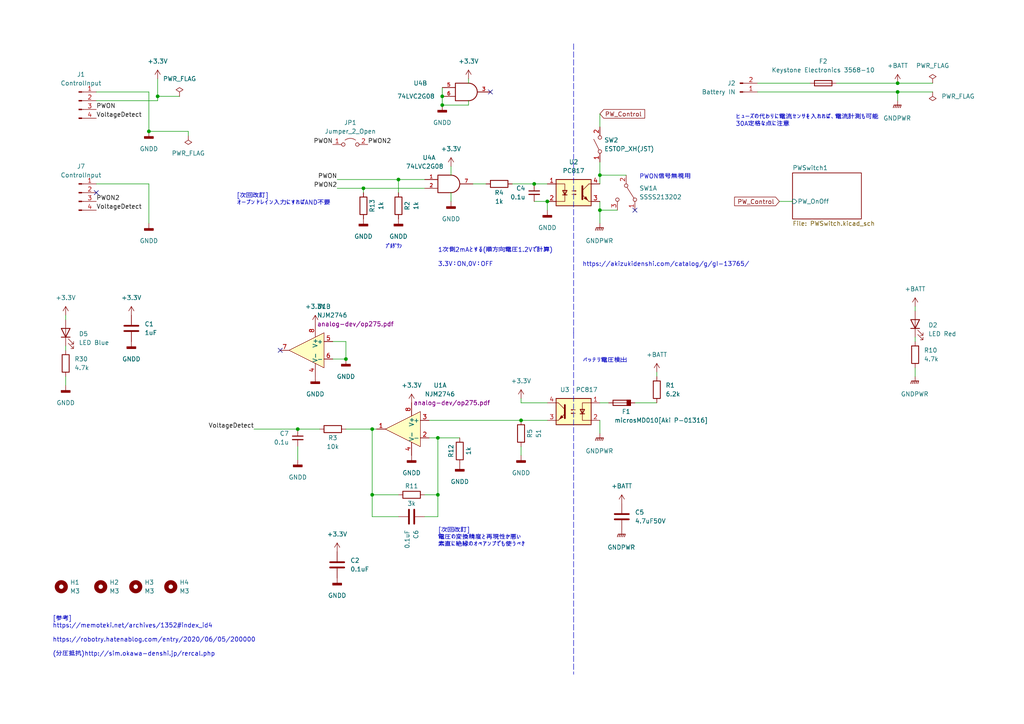
<source format=kicad_sch>
(kicad_sch (version 20211123) (generator eeschema)

  (uuid 243ae654-6e85-4f78-9e41-4ffd3d7cfc94)

  (paper "A4")

  (title_block
    (title "電源制御基板")
    (date "2023-07-14")
    (rev "2.1")
    (company "TKG")
    (comment 1 "v2.0 バッテリ/制御電源を絶縁、出力を4ch→1chに変更")
    (comment 2 "v2.1 電源電圧検出回路に非反転増幅回路を追加")
    (comment 3 "　　　PWON入力を5Vでも動作するように変更")
    (comment 4 "v2.2 3.3Vに統一、出力端子をXT60を１つ減らし、XT30を2つ追加")
  )

  (lib_symbols
    (symbol "74xGxx:74LVC2G08" (pin_names (offset 1.016)) (in_bom yes) (on_board yes)
      (property "Reference" "U" (id 0) (at -2.54 3.81 0)
        (effects (font (size 1.27 1.27)))
      )
      (property "Value" "74LVC2G08" (id 1) (at 0 -3.81 0)
        (effects (font (size 1.27 1.27)))
      )
      (property "Footprint" "" (id 2) (at 0 0 0)
        (effects (font (size 1.27 1.27)) hide)
      )
      (property "Datasheet" "http://www.ti.com/lit/sg/scyt129e/scyt129e.pdf" (id 3) (at 0 0 0)
        (effects (font (size 1.27 1.27)) hide)
      )
      (property "ki_keywords" "Dual Gate AND LVC CMOS" (id 4) (at 0 0 0)
        (effects (font (size 1.27 1.27)) hide)
      )
      (property "ki_description" "Dual AND Gate, Low-Voltage CMOS" (id 5) (at 0 0 0)
        (effects (font (size 1.27 1.27)) hide)
      )
      (property "ki_fp_filters" "SSOP* VSSOP*" (id 6) (at 0 0 0)
        (effects (font (size 1.27 1.27)) hide)
      )
      (symbol "74LVC2G08_0_1"
        (arc (start 0 -2.54) (mid 2.54 0) (end 0 2.54)
          (stroke (width 0.254) (type default) (color 0 0 0 0))
          (fill (type none))
        )
        (polyline
          (pts
            (xy 0 -2.54)
            (xy -3.81 -2.54)
            (xy -3.81 2.54)
            (xy 0 2.54)
          )
          (stroke (width 0.254) (type default) (color 0 0 0 0))
          (fill (type none))
        )
        (pin power_in line (at 0 -2.54 270) (length 0) hide
          (name "GND" (effects (font (size 1.016 1.016))))
          (number "4" (effects (font (size 1.016 1.016))))
        )
        (pin power_in line (at 0 2.54 90) (length 0) hide
          (name "VCC" (effects (font (size 1.016 1.016))))
          (number "8" (effects (font (size 1.016 1.016))))
        )
      )
      (symbol "74LVC2G08_1_1"
        (pin input line (at -7.62 1.27 0) (length 3.81)
          (name "~" (effects (font (size 1.016 1.016))))
          (number "1" (effects (font (size 1.016 1.016))))
        )
        (pin input line (at -7.62 -1.27 0) (length 3.81)
          (name "~" (effects (font (size 1.016 1.016))))
          (number "2" (effects (font (size 1.016 1.016))))
        )
        (pin output line (at 6.35 0 180) (length 3.81)
          (name "~" (effects (font (size 1.016 1.016))))
          (number "7" (effects (font (size 1.016 1.016))))
        )
      )
      (symbol "74LVC2G08_2_1"
        (pin output line (at 6.35 0 180) (length 3.81)
          (name "~" (effects (font (size 1.016 1.016))))
          (number "3" (effects (font (size 1.016 1.016))))
        )
        (pin input line (at -7.62 1.27 0) (length 3.81)
          (name "~" (effects (font (size 1.016 1.016))))
          (number "5" (effects (font (size 1.016 1.016))))
        )
        (pin input line (at -7.62 -1.27 0) (length 3.81)
          (name "~" (effects (font (size 1.016 1.016))))
          (number "6" (effects (font (size 1.016 1.016))))
        )
      )
    )
    (symbol "Connector:Conn_01x02_Male" (pin_names (offset 1.016) hide) (in_bom yes) (on_board yes)
      (property "Reference" "J" (id 0) (at 0 2.54 0)
        (effects (font (size 1.27 1.27)))
      )
      (property "Value" "Conn_01x02_Male" (id 1) (at 0 -5.08 0)
        (effects (font (size 1.27 1.27)))
      )
      (property "Footprint" "" (id 2) (at 0 0 0)
        (effects (font (size 1.27 1.27)) hide)
      )
      (property "Datasheet" "~" (id 3) (at 0 0 0)
        (effects (font (size 1.27 1.27)) hide)
      )
      (property "ki_keywords" "connector" (id 4) (at 0 0 0)
        (effects (font (size 1.27 1.27)) hide)
      )
      (property "ki_description" "Generic connector, single row, 01x02, script generated (kicad-library-utils/schlib/autogen/connector/)" (id 5) (at 0 0 0)
        (effects (font (size 1.27 1.27)) hide)
      )
      (property "ki_fp_filters" "Connector*:*_1x??_*" (id 6) (at 0 0 0)
        (effects (font (size 1.27 1.27)) hide)
      )
      (symbol "Conn_01x02_Male_1_1"
        (polyline
          (pts
            (xy 1.27 -2.54)
            (xy 0.8636 -2.54)
          )
          (stroke (width 0.1524) (type default) (color 0 0 0 0))
          (fill (type none))
        )
        (polyline
          (pts
            (xy 1.27 0)
            (xy 0.8636 0)
          )
          (stroke (width 0.1524) (type default) (color 0 0 0 0))
          (fill (type none))
        )
        (rectangle (start 0.8636 -2.413) (end 0 -2.667)
          (stroke (width 0.1524) (type default) (color 0 0 0 0))
          (fill (type outline))
        )
        (rectangle (start 0.8636 0.127) (end 0 -0.127)
          (stroke (width 0.1524) (type default) (color 0 0 0 0))
          (fill (type outline))
        )
        (pin passive line (at 5.08 0 180) (length 3.81)
          (name "Pin_1" (effects (font (size 1.27 1.27))))
          (number "1" (effects (font (size 1.27 1.27))))
        )
        (pin passive line (at 5.08 -2.54 180) (length 3.81)
          (name "Pin_2" (effects (font (size 1.27 1.27))))
          (number "2" (effects (font (size 1.27 1.27))))
        )
      )
    )
    (symbol "Connector:Conn_01x04_Male" (pin_names (offset 1.016) hide) (in_bom yes) (on_board yes)
      (property "Reference" "J" (id 0) (at 0 5.08 0)
        (effects (font (size 1.27 1.27)))
      )
      (property "Value" "Conn_01x04_Male" (id 1) (at 0 -7.62 0)
        (effects (font (size 1.27 1.27)))
      )
      (property "Footprint" "" (id 2) (at 0 0 0)
        (effects (font (size 1.27 1.27)) hide)
      )
      (property "Datasheet" "~" (id 3) (at 0 0 0)
        (effects (font (size 1.27 1.27)) hide)
      )
      (property "ki_keywords" "connector" (id 4) (at 0 0 0)
        (effects (font (size 1.27 1.27)) hide)
      )
      (property "ki_description" "Generic connector, single row, 01x04, script generated (kicad-library-utils/schlib/autogen/connector/)" (id 5) (at 0 0 0)
        (effects (font (size 1.27 1.27)) hide)
      )
      (property "ki_fp_filters" "Connector*:*_1x??_*" (id 6) (at 0 0 0)
        (effects (font (size 1.27 1.27)) hide)
      )
      (symbol "Conn_01x04_Male_1_1"
        (polyline
          (pts
            (xy 1.27 -5.08)
            (xy 0.8636 -5.08)
          )
          (stroke (width 0.1524) (type default) (color 0 0 0 0))
          (fill (type none))
        )
        (polyline
          (pts
            (xy 1.27 -2.54)
            (xy 0.8636 -2.54)
          )
          (stroke (width 0.1524) (type default) (color 0 0 0 0))
          (fill (type none))
        )
        (polyline
          (pts
            (xy 1.27 0)
            (xy 0.8636 0)
          )
          (stroke (width 0.1524) (type default) (color 0 0 0 0))
          (fill (type none))
        )
        (polyline
          (pts
            (xy 1.27 2.54)
            (xy 0.8636 2.54)
          )
          (stroke (width 0.1524) (type default) (color 0 0 0 0))
          (fill (type none))
        )
        (rectangle (start 0.8636 -4.953) (end 0 -5.207)
          (stroke (width 0.1524) (type default) (color 0 0 0 0))
          (fill (type outline))
        )
        (rectangle (start 0.8636 -2.413) (end 0 -2.667)
          (stroke (width 0.1524) (type default) (color 0 0 0 0))
          (fill (type outline))
        )
        (rectangle (start 0.8636 0.127) (end 0 -0.127)
          (stroke (width 0.1524) (type default) (color 0 0 0 0))
          (fill (type outline))
        )
        (rectangle (start 0.8636 2.667) (end 0 2.413)
          (stroke (width 0.1524) (type default) (color 0 0 0 0))
          (fill (type outline))
        )
        (pin passive line (at 5.08 2.54 180) (length 3.81)
          (name "Pin_1" (effects (font (size 1.27 1.27))))
          (number "1" (effects (font (size 1.27 1.27))))
        )
        (pin passive line (at 5.08 0 180) (length 3.81)
          (name "Pin_2" (effects (font (size 1.27 1.27))))
          (number "2" (effects (font (size 1.27 1.27))))
        )
        (pin passive line (at 5.08 -2.54 180) (length 3.81)
          (name "Pin_3" (effects (font (size 1.27 1.27))))
          (number "3" (effects (font (size 1.27 1.27))))
        )
        (pin passive line (at 5.08 -5.08 180) (length 3.81)
          (name "Pin_4" (effects (font (size 1.27 1.27))))
          (number "4" (effects (font (size 1.27 1.27))))
        )
      )
    )
    (symbol "Device:C" (pin_numbers hide) (pin_names (offset 0.254)) (in_bom yes) (on_board yes)
      (property "Reference" "C" (id 0) (at 0.635 2.54 0)
        (effects (font (size 1.27 1.27)) (justify left))
      )
      (property "Value" "C" (id 1) (at 0.635 -2.54 0)
        (effects (font (size 1.27 1.27)) (justify left))
      )
      (property "Footprint" "" (id 2) (at 0.9652 -3.81 0)
        (effects (font (size 1.27 1.27)) hide)
      )
      (property "Datasheet" "~" (id 3) (at 0 0 0)
        (effects (font (size 1.27 1.27)) hide)
      )
      (property "ki_keywords" "cap capacitor" (id 4) (at 0 0 0)
        (effects (font (size 1.27 1.27)) hide)
      )
      (property "ki_description" "Unpolarized capacitor" (id 5) (at 0 0 0)
        (effects (font (size 1.27 1.27)) hide)
      )
      (property "ki_fp_filters" "C_*" (id 6) (at 0 0 0)
        (effects (font (size 1.27 1.27)) hide)
      )
      (symbol "C_0_1"
        (polyline
          (pts
            (xy -2.032 -0.762)
            (xy 2.032 -0.762)
          )
          (stroke (width 0.508) (type default) (color 0 0 0 0))
          (fill (type none))
        )
        (polyline
          (pts
            (xy -2.032 0.762)
            (xy 2.032 0.762)
          )
          (stroke (width 0.508) (type default) (color 0 0 0 0))
          (fill (type none))
        )
      )
      (symbol "C_1_1"
        (pin passive line (at 0 3.81 270) (length 2.794)
          (name "~" (effects (font (size 1.27 1.27))))
          (number "1" (effects (font (size 1.27 1.27))))
        )
        (pin passive line (at 0 -3.81 90) (length 2.794)
          (name "~" (effects (font (size 1.27 1.27))))
          (number "2" (effects (font (size 1.27 1.27))))
        )
      )
    )
    (symbol "Device:C_Small" (pin_numbers hide) (pin_names (offset 0.254) hide) (in_bom yes) (on_board yes)
      (property "Reference" "C" (id 0) (at 0.254 1.778 0)
        (effects (font (size 1.27 1.27)) (justify left))
      )
      (property "Value" "C_Small" (id 1) (at 0.254 -2.032 0)
        (effects (font (size 1.27 1.27)) (justify left))
      )
      (property "Footprint" "" (id 2) (at 0 0 0)
        (effects (font (size 1.27 1.27)) hide)
      )
      (property "Datasheet" "~" (id 3) (at 0 0 0)
        (effects (font (size 1.27 1.27)) hide)
      )
      (property "ki_keywords" "capacitor cap" (id 4) (at 0 0 0)
        (effects (font (size 1.27 1.27)) hide)
      )
      (property "ki_description" "Unpolarized capacitor, small symbol" (id 5) (at 0 0 0)
        (effects (font (size 1.27 1.27)) hide)
      )
      (property "ki_fp_filters" "C_*" (id 6) (at 0 0 0)
        (effects (font (size 1.27 1.27)) hide)
      )
      (symbol "C_Small_0_1"
        (polyline
          (pts
            (xy -1.524 -0.508)
            (xy 1.524 -0.508)
          )
          (stroke (width 0.3302) (type default) (color 0 0 0 0))
          (fill (type none))
        )
        (polyline
          (pts
            (xy -1.524 0.508)
            (xy 1.524 0.508)
          )
          (stroke (width 0.3048) (type default) (color 0 0 0 0))
          (fill (type none))
        )
      )
      (symbol "C_Small_1_1"
        (pin passive line (at 0 2.54 270) (length 2.032)
          (name "~" (effects (font (size 1.27 1.27))))
          (number "1" (effects (font (size 1.27 1.27))))
        )
        (pin passive line (at 0 -2.54 90) (length 2.032)
          (name "~" (effects (font (size 1.27 1.27))))
          (number "2" (effects (font (size 1.27 1.27))))
        )
      )
    )
    (symbol "Device:Fuse" (pin_numbers hide) (pin_names (offset 0)) (in_bom yes) (on_board yes)
      (property "Reference" "F" (id 0) (at 2.032 0 90)
        (effects (font (size 1.27 1.27)))
      )
      (property "Value" "Fuse" (id 1) (at -1.905 0 90)
        (effects (font (size 1.27 1.27)))
      )
      (property "Footprint" "" (id 2) (at -1.778 0 90)
        (effects (font (size 1.27 1.27)) hide)
      )
      (property "Datasheet" "~" (id 3) (at 0 0 0)
        (effects (font (size 1.27 1.27)) hide)
      )
      (property "ki_keywords" "fuse" (id 4) (at 0 0 0)
        (effects (font (size 1.27 1.27)) hide)
      )
      (property "ki_description" "Fuse" (id 5) (at 0 0 0)
        (effects (font (size 1.27 1.27)) hide)
      )
      (property "ki_fp_filters" "*Fuse*" (id 6) (at 0 0 0)
        (effects (font (size 1.27 1.27)) hide)
      )
      (symbol "Fuse_0_1"
        (rectangle (start -0.762 -2.54) (end 0.762 2.54)
          (stroke (width 0.254) (type default) (color 0 0 0 0))
          (fill (type none))
        )
        (polyline
          (pts
            (xy 0 2.54)
            (xy 0 -2.54)
          )
          (stroke (width 0) (type default) (color 0 0 0 0))
          (fill (type none))
        )
      )
      (symbol "Fuse_1_1"
        (pin passive line (at 0 3.81 270) (length 1.27)
          (name "~" (effects (font (size 1.27 1.27))))
          (number "1" (effects (font (size 1.27 1.27))))
        )
        (pin passive line (at 0 -3.81 90) (length 1.27)
          (name "~" (effects (font (size 1.27 1.27))))
          (number "2" (effects (font (size 1.27 1.27))))
        )
      )
    )
    (symbol "Device:Fuse_Polarized" (pin_numbers hide) (pin_names (offset 0)) (in_bom yes) (on_board yes)
      (property "Reference" "F" (id 0) (at 2.032 0 90)
        (effects (font (size 1.27 1.27)))
      )
      (property "Value" "Fuse_Polarized" (id 1) (at -1.905 0 90)
        (effects (font (size 1.27 1.27)))
      )
      (property "Footprint" "" (id 2) (at -1.778 0 90)
        (effects (font (size 1.27 1.27)) hide)
      )
      (property "Datasheet" "~" (id 3) (at 0 0 0)
        (effects (font (size 1.27 1.27)) hide)
      )
      (property "ki_keywords" "fuse" (id 4) (at 0 0 0)
        (effects (font (size 1.27 1.27)) hide)
      )
      (property "ki_description" "Polarized fuse" (id 5) (at 0 0 0)
        (effects (font (size 1.27 1.27)) hide)
      )
      (property "ki_fp_filters" "*Fuse*" (id 6) (at 0 0 0)
        (effects (font (size 1.27 1.27)) hide)
      )
      (symbol "Fuse_Polarized_0_1"
        (rectangle (start -0.762 -2.54) (end 0.762 2.54)
          (stroke (width 0.254) (type default) (color 0 0 0 0))
          (fill (type none))
        )
        (rectangle (start -0.762 2.54) (end 0.762 1.524)
          (stroke (width 0.254) (type default) (color 0 0 0 0))
          (fill (type outline))
        )
        (polyline
          (pts
            (xy 0 2.54)
            (xy 0 -2.54)
          )
          (stroke (width 0) (type default) (color 0 0 0 0))
          (fill (type none))
        )
      )
      (symbol "Fuse_Polarized_1_1"
        (pin power_in line (at 0 3.81 270) (length 1.27)
          (name "~" (effects (font (size 1.27 1.27))))
          (number "1" (effects (font (size 1.27 1.27))))
        )
        (pin power_out line (at 0 -3.81 90) (length 1.27)
          (name "~" (effects (font (size 1.27 1.27))))
          (number "2" (effects (font (size 1.27 1.27))))
        )
      )
    )
    (symbol "Device:LED" (pin_numbers hide) (pin_names (offset 1.016) hide) (in_bom yes) (on_board yes)
      (property "Reference" "D" (id 0) (at 0 2.54 0)
        (effects (font (size 1.27 1.27)))
      )
      (property "Value" "LED" (id 1) (at 0 -2.54 0)
        (effects (font (size 1.27 1.27)))
      )
      (property "Footprint" "" (id 2) (at 0 0 0)
        (effects (font (size 1.27 1.27)) hide)
      )
      (property "Datasheet" "~" (id 3) (at 0 0 0)
        (effects (font (size 1.27 1.27)) hide)
      )
      (property "ki_keywords" "LED diode" (id 4) (at 0 0 0)
        (effects (font (size 1.27 1.27)) hide)
      )
      (property "ki_description" "Light emitting diode" (id 5) (at 0 0 0)
        (effects (font (size 1.27 1.27)) hide)
      )
      (property "ki_fp_filters" "LED* LED_SMD:* LED_THT:*" (id 6) (at 0 0 0)
        (effects (font (size 1.27 1.27)) hide)
      )
      (symbol "LED_0_1"
        (polyline
          (pts
            (xy -1.27 -1.27)
            (xy -1.27 1.27)
          )
          (stroke (width 0.254) (type default) (color 0 0 0 0))
          (fill (type none))
        )
        (polyline
          (pts
            (xy -1.27 0)
            (xy 1.27 0)
          )
          (stroke (width 0) (type default) (color 0 0 0 0))
          (fill (type none))
        )
        (polyline
          (pts
            (xy 1.27 -1.27)
            (xy 1.27 1.27)
            (xy -1.27 0)
            (xy 1.27 -1.27)
          )
          (stroke (width 0.254) (type default) (color 0 0 0 0))
          (fill (type none))
        )
        (polyline
          (pts
            (xy -3.048 -0.762)
            (xy -4.572 -2.286)
            (xy -3.81 -2.286)
            (xy -4.572 -2.286)
            (xy -4.572 -1.524)
          )
          (stroke (width 0) (type default) (color 0 0 0 0))
          (fill (type none))
        )
        (polyline
          (pts
            (xy -1.778 -0.762)
            (xy -3.302 -2.286)
            (xy -2.54 -2.286)
            (xy -3.302 -2.286)
            (xy -3.302 -1.524)
          )
          (stroke (width 0) (type default) (color 0 0 0 0))
          (fill (type none))
        )
      )
      (symbol "LED_1_1"
        (pin passive line (at -3.81 0 0) (length 2.54)
          (name "K" (effects (font (size 1.27 1.27))))
          (number "1" (effects (font (size 1.27 1.27))))
        )
        (pin passive line (at 3.81 0 180) (length 2.54)
          (name "A" (effects (font (size 1.27 1.27))))
          (number "2" (effects (font (size 1.27 1.27))))
        )
      )
    )
    (symbol "Device:R" (pin_numbers hide) (pin_names (offset 0)) (in_bom yes) (on_board yes)
      (property "Reference" "R" (id 0) (at 2.032 0 90)
        (effects (font (size 1.27 1.27)))
      )
      (property "Value" "R" (id 1) (at 0 0 90)
        (effects (font (size 1.27 1.27)))
      )
      (property "Footprint" "" (id 2) (at -1.778 0 90)
        (effects (font (size 1.27 1.27)) hide)
      )
      (property "Datasheet" "~" (id 3) (at 0 0 0)
        (effects (font (size 1.27 1.27)) hide)
      )
      (property "ki_keywords" "R res resistor" (id 4) (at 0 0 0)
        (effects (font (size 1.27 1.27)) hide)
      )
      (property "ki_description" "Resistor" (id 5) (at 0 0 0)
        (effects (font (size 1.27 1.27)) hide)
      )
      (property "ki_fp_filters" "R_*" (id 6) (at 0 0 0)
        (effects (font (size 1.27 1.27)) hide)
      )
      (symbol "R_0_1"
        (rectangle (start -1.016 -2.54) (end 1.016 2.54)
          (stroke (width 0.254) (type default) (color 0 0 0 0))
          (fill (type none))
        )
      )
      (symbol "R_1_1"
        (pin passive line (at 0 3.81 270) (length 1.27)
          (name "~" (effects (font (size 1.27 1.27))))
          (number "1" (effects (font (size 1.27 1.27))))
        )
        (pin passive line (at 0 -3.81 90) (length 1.27)
          (name "~" (effects (font (size 1.27 1.27))))
          (number "2" (effects (font (size 1.27 1.27))))
        )
      )
    )
    (symbol "Isolator:PC817" (pin_names (offset 1.016)) (in_bom yes) (on_board yes)
      (property "Reference" "U" (id 0) (at -5.08 5.08 0)
        (effects (font (size 1.27 1.27)) (justify left))
      )
      (property "Value" "PC817" (id 1) (at 0 5.08 0)
        (effects (font (size 1.27 1.27)) (justify left))
      )
      (property "Footprint" "Package_DIP:DIP-4_W7.62mm" (id 2) (at -5.08 -5.08 0)
        (effects (font (size 1.27 1.27) italic) (justify left) hide)
      )
      (property "Datasheet" "http://www.soselectronic.cz/a_info/resource/d/pc817.pdf" (id 3) (at 0 0 0)
        (effects (font (size 1.27 1.27)) (justify left) hide)
      )
      (property "ki_keywords" "NPN DC Optocoupler" (id 4) (at 0 0 0)
        (effects (font (size 1.27 1.27)) hide)
      )
      (property "ki_description" "DC Optocoupler, Vce 35V, CTR 50-300%, DIP-4" (id 5) (at 0 0 0)
        (effects (font (size 1.27 1.27)) hide)
      )
      (property "ki_fp_filters" "DIP*W7.62mm*" (id 6) (at 0 0 0)
        (effects (font (size 1.27 1.27)) hide)
      )
      (symbol "PC817_0_1"
        (rectangle (start -5.08 3.81) (end 5.08 -3.81)
          (stroke (width 0.254) (type default) (color 0 0 0 0))
          (fill (type background))
        )
        (polyline
          (pts
            (xy -3.175 -0.635)
            (xy -1.905 -0.635)
          )
          (stroke (width 0.254) (type default) (color 0 0 0 0))
          (fill (type none))
        )
        (polyline
          (pts
            (xy 2.54 0.635)
            (xy 4.445 2.54)
          )
          (stroke (width 0) (type default) (color 0 0 0 0))
          (fill (type none))
        )
        (polyline
          (pts
            (xy 4.445 -2.54)
            (xy 2.54 -0.635)
          )
          (stroke (width 0) (type default) (color 0 0 0 0))
          (fill (type outline))
        )
        (polyline
          (pts
            (xy 4.445 -2.54)
            (xy 5.08 -2.54)
          )
          (stroke (width 0) (type default) (color 0 0 0 0))
          (fill (type none))
        )
        (polyline
          (pts
            (xy 4.445 2.54)
            (xy 5.08 2.54)
          )
          (stroke (width 0) (type default) (color 0 0 0 0))
          (fill (type none))
        )
        (polyline
          (pts
            (xy -5.08 2.54)
            (xy -2.54 2.54)
            (xy -2.54 -0.635)
          )
          (stroke (width 0) (type default) (color 0 0 0 0))
          (fill (type none))
        )
        (polyline
          (pts
            (xy -2.54 -0.635)
            (xy -2.54 -2.54)
            (xy -5.08 -2.54)
          )
          (stroke (width 0) (type default) (color 0 0 0 0))
          (fill (type none))
        )
        (polyline
          (pts
            (xy 2.54 1.905)
            (xy 2.54 -1.905)
            (xy 2.54 -1.905)
          )
          (stroke (width 0.508) (type default) (color 0 0 0 0))
          (fill (type none))
        )
        (polyline
          (pts
            (xy -2.54 -0.635)
            (xy -3.175 0.635)
            (xy -1.905 0.635)
            (xy -2.54 -0.635)
          )
          (stroke (width 0.254) (type default) (color 0 0 0 0))
          (fill (type none))
        )
        (polyline
          (pts
            (xy -0.508 -0.508)
            (xy 0.762 -0.508)
            (xy 0.381 -0.635)
            (xy 0.381 -0.381)
            (xy 0.762 -0.508)
          )
          (stroke (width 0) (type default) (color 0 0 0 0))
          (fill (type none))
        )
        (polyline
          (pts
            (xy -0.508 0.508)
            (xy 0.762 0.508)
            (xy 0.381 0.381)
            (xy 0.381 0.635)
            (xy 0.762 0.508)
          )
          (stroke (width 0) (type default) (color 0 0 0 0))
          (fill (type none))
        )
        (polyline
          (pts
            (xy 3.048 -1.651)
            (xy 3.556 -1.143)
            (xy 4.064 -2.159)
            (xy 3.048 -1.651)
            (xy 3.048 -1.651)
          )
          (stroke (width 0) (type default) (color 0 0 0 0))
          (fill (type outline))
        )
      )
      (symbol "PC817_1_1"
        (pin passive line (at -7.62 2.54 0) (length 2.54)
          (name "~" (effects (font (size 1.27 1.27))))
          (number "1" (effects (font (size 1.27 1.27))))
        )
        (pin passive line (at -7.62 -2.54 0) (length 2.54)
          (name "~" (effects (font (size 1.27 1.27))))
          (number "2" (effects (font (size 1.27 1.27))))
        )
        (pin passive line (at 7.62 -2.54 180) (length 2.54)
          (name "~" (effects (font (size 1.27 1.27))))
          (number "3" (effects (font (size 1.27 1.27))))
        )
        (pin passive line (at 7.62 2.54 180) (length 2.54)
          (name "~" (effects (font (size 1.27 1.27))))
          (number "4" (effects (font (size 1.27 1.27))))
        )
      )
    )
    (symbol "Jumper:Jumper_2_Open" (pin_names (offset 0) hide) (in_bom yes) (on_board yes)
      (property "Reference" "JP" (id 0) (at 0 2.794 0)
        (effects (font (size 1.27 1.27)))
      )
      (property "Value" "Jumper_2_Open" (id 1) (at 0 -2.286 0)
        (effects (font (size 1.27 1.27)))
      )
      (property "Footprint" "" (id 2) (at 0 0 0)
        (effects (font (size 1.27 1.27)) hide)
      )
      (property "Datasheet" "~" (id 3) (at 0 0 0)
        (effects (font (size 1.27 1.27)) hide)
      )
      (property "ki_keywords" "Jumper SPST" (id 4) (at 0 0 0)
        (effects (font (size 1.27 1.27)) hide)
      )
      (property "ki_description" "Jumper, 2-pole, open" (id 5) (at 0 0 0)
        (effects (font (size 1.27 1.27)) hide)
      )
      (property "ki_fp_filters" "Jumper* TestPoint*2Pads* TestPoint*Bridge*" (id 6) (at 0 0 0)
        (effects (font (size 1.27 1.27)) hide)
      )
      (symbol "Jumper_2_Open_0_0"
        (circle (center -2.032 0) (radius 0.508)
          (stroke (width 0) (type default) (color 0 0 0 0))
          (fill (type none))
        )
        (circle (center 2.032 0) (radius 0.508)
          (stroke (width 0) (type default) (color 0 0 0 0))
          (fill (type none))
        )
      )
      (symbol "Jumper_2_Open_0_1"
        (arc (start 1.524 1.27) (mid 0 1.778) (end -1.524 1.27)
          (stroke (width 0) (type default) (color 0 0 0 0))
          (fill (type none))
        )
      )
      (symbol "Jumper_2_Open_1_1"
        (pin passive line (at -5.08 0 0) (length 2.54)
          (name "A" (effects (font (size 1.27 1.27))))
          (number "1" (effects (font (size 1.27 1.27))))
        )
        (pin passive line (at 5.08 0 180) (length 2.54)
          (name "B" (effects (font (size 1.27 1.27))))
          (number "2" (effects (font (size 1.27 1.27))))
        )
      )
    )
    (symbol "Mechanical:MountingHole" (pin_names (offset 1.016)) (in_bom yes) (on_board yes)
      (property "Reference" "H" (id 0) (at 0 5.08 0)
        (effects (font (size 1.27 1.27)))
      )
      (property "Value" "MountingHole" (id 1) (at 0 3.175 0)
        (effects (font (size 1.27 1.27)))
      )
      (property "Footprint" "" (id 2) (at 0 0 0)
        (effects (font (size 1.27 1.27)) hide)
      )
      (property "Datasheet" "~" (id 3) (at 0 0 0)
        (effects (font (size 1.27 1.27)) hide)
      )
      (property "ki_keywords" "mounting hole" (id 4) (at 0 0 0)
        (effects (font (size 1.27 1.27)) hide)
      )
      (property "ki_description" "Mounting Hole without connection" (id 5) (at 0 0 0)
        (effects (font (size 1.27 1.27)) hide)
      )
      (property "ki_fp_filters" "MountingHole*" (id 6) (at 0 0 0)
        (effects (font (size 1.27 1.27)) hide)
      )
      (symbol "MountingHole_0_1"
        (circle (center 0 0) (radius 1.27)
          (stroke (width 1.27) (type default) (color 0 0 0 0))
          (fill (type none))
        )
      )
    )
    (symbol "Switch:SW_DPDT_x2" (pin_names (offset 0) hide) (in_bom yes) (on_board yes)
      (property "Reference" "SW" (id 0) (at 0 4.318 0)
        (effects (font (size 1.27 1.27)))
      )
      (property "Value" "SW_DPDT_x2" (id 1) (at 0 -5.08 0)
        (effects (font (size 1.27 1.27)))
      )
      (property "Footprint" "" (id 2) (at 0 0 0)
        (effects (font (size 1.27 1.27)) hide)
      )
      (property "Datasheet" "~" (id 3) (at 0 0 0)
        (effects (font (size 1.27 1.27)) hide)
      )
      (property "ki_keywords" "switch dual-pole double-throw DPDT spdt ON-ON" (id 4) (at 0 0 0)
        (effects (font (size 1.27 1.27)) hide)
      )
      (property "ki_description" "Switch, dual pole double throw, separate symbols" (id 5) (at 0 0 0)
        (effects (font (size 1.27 1.27)) hide)
      )
      (property "ki_fp_filters" "SW*DPDT*" (id 6) (at 0 0 0)
        (effects (font (size 1.27 1.27)) hide)
      )
      (symbol "SW_DPDT_x2_0_0"
        (circle (center -2.032 0) (radius 0.508)
          (stroke (width 0) (type default) (color 0 0 0 0))
          (fill (type none))
        )
        (circle (center 2.032 -2.54) (radius 0.508)
          (stroke (width 0) (type default) (color 0 0 0 0))
          (fill (type none))
        )
      )
      (symbol "SW_DPDT_x2_0_1"
        (polyline
          (pts
            (xy -1.524 0.254)
            (xy 1.651 2.286)
          )
          (stroke (width 0) (type default) (color 0 0 0 0))
          (fill (type none))
        )
        (circle (center 2.032 2.54) (radius 0.508)
          (stroke (width 0) (type default) (color 0 0 0 0))
          (fill (type none))
        )
      )
      (symbol "SW_DPDT_x2_1_1"
        (pin passive line (at 5.08 2.54 180) (length 2.54)
          (name "A" (effects (font (size 1.27 1.27))))
          (number "1" (effects (font (size 1.27 1.27))))
        )
        (pin passive line (at -5.08 0 0) (length 2.54)
          (name "B" (effects (font (size 1.27 1.27))))
          (number "2" (effects (font (size 1.27 1.27))))
        )
        (pin passive line (at 5.08 -2.54 180) (length 2.54)
          (name "C" (effects (font (size 1.27 1.27))))
          (number "3" (effects (font (size 1.27 1.27))))
        )
      )
      (symbol "SW_DPDT_x2_2_1"
        (pin passive line (at 5.08 2.54 180) (length 2.54)
          (name "A" (effects (font (size 1.27 1.27))))
          (number "4" (effects (font (size 1.27 1.27))))
        )
        (pin passive line (at -5.08 0 0) (length 2.54)
          (name "B" (effects (font (size 1.27 1.27))))
          (number "5" (effects (font (size 1.27 1.27))))
        )
        (pin passive line (at 5.08 -2.54 180) (length 2.54)
          (name "C" (effects (font (size 1.27 1.27))))
          (number "6" (effects (font (size 1.27 1.27))))
        )
      )
    )
    (symbol "Switch:SW_SPST" (pin_names (offset 0) hide) (in_bom yes) (on_board yes)
      (property "Reference" "SW" (id 0) (at 0 3.175 0)
        (effects (font (size 1.27 1.27)))
      )
      (property "Value" "SW_SPST" (id 1) (at 0 -2.54 0)
        (effects (font (size 1.27 1.27)))
      )
      (property "Footprint" "" (id 2) (at 0 0 0)
        (effects (font (size 1.27 1.27)) hide)
      )
      (property "Datasheet" "~" (id 3) (at 0 0 0)
        (effects (font (size 1.27 1.27)) hide)
      )
      (property "ki_keywords" "switch lever" (id 4) (at 0 0 0)
        (effects (font (size 1.27 1.27)) hide)
      )
      (property "ki_description" "Single Pole Single Throw (SPST) switch" (id 5) (at 0 0 0)
        (effects (font (size 1.27 1.27)) hide)
      )
      (symbol "SW_SPST_0_0"
        (circle (center -2.032 0) (radius 0.508)
          (stroke (width 0) (type default) (color 0 0 0 0))
          (fill (type none))
        )
        (polyline
          (pts
            (xy -1.524 0.254)
            (xy 1.524 1.778)
          )
          (stroke (width 0) (type default) (color 0 0 0 0))
          (fill (type none))
        )
        (circle (center 2.032 0) (radius 0.508)
          (stroke (width 0) (type default) (color 0 0 0 0))
          (fill (type none))
        )
      )
      (symbol "SW_SPST_1_1"
        (pin passive line (at -5.08 0 0) (length 2.54)
          (name "A" (effects (font (size 1.27 1.27))))
          (number "1" (effects (font (size 1.27 1.27))))
        )
        (pin passive line (at 5.08 0 180) (length 2.54)
          (name "B" (effects (font (size 1.27 1.27))))
          (number "2" (effects (font (size 1.27 1.27))))
        )
      )
    )
    (symbol "power:+3.3V" (power) (pin_names (offset 0)) (in_bom yes) (on_board yes)
      (property "Reference" "#PWR" (id 0) (at 0 -3.81 0)
        (effects (font (size 1.27 1.27)) hide)
      )
      (property "Value" "+3.3V" (id 1) (at 0 3.556 0)
        (effects (font (size 1.27 1.27)))
      )
      (property "Footprint" "" (id 2) (at 0 0 0)
        (effects (font (size 1.27 1.27)) hide)
      )
      (property "Datasheet" "" (id 3) (at 0 0 0)
        (effects (font (size 1.27 1.27)) hide)
      )
      (property "ki_keywords" "power-flag" (id 4) (at 0 0 0)
        (effects (font (size 1.27 1.27)) hide)
      )
      (property "ki_description" "Power symbol creates a global label with name \"+3.3V\"" (id 5) (at 0 0 0)
        (effects (font (size 1.27 1.27)) hide)
      )
      (symbol "+3.3V_0_1"
        (polyline
          (pts
            (xy -0.762 1.27)
            (xy 0 2.54)
          )
          (stroke (width 0) (type default) (color 0 0 0 0))
          (fill (type none))
        )
        (polyline
          (pts
            (xy 0 0)
            (xy 0 2.54)
          )
          (stroke (width 0) (type default) (color 0 0 0 0))
          (fill (type none))
        )
        (polyline
          (pts
            (xy 0 2.54)
            (xy 0.762 1.27)
          )
          (stroke (width 0) (type default) (color 0 0 0 0))
          (fill (type none))
        )
      )
      (symbol "+3.3V_1_1"
        (pin power_in line (at 0 0 90) (length 0) hide
          (name "+3.3V" (effects (font (size 1.27 1.27))))
          (number "1" (effects (font (size 1.27 1.27))))
        )
      )
    )
    (symbol "power:+BATT" (power) (pin_names (offset 0)) (in_bom yes) (on_board yes)
      (property "Reference" "#PWR" (id 0) (at 0 -3.81 0)
        (effects (font (size 1.27 1.27)) hide)
      )
      (property "Value" "+BATT" (id 1) (at 0 3.556 0)
        (effects (font (size 1.27 1.27)))
      )
      (property "Footprint" "" (id 2) (at 0 0 0)
        (effects (font (size 1.27 1.27)) hide)
      )
      (property "Datasheet" "" (id 3) (at 0 0 0)
        (effects (font (size 1.27 1.27)) hide)
      )
      (property "ki_keywords" "power-flag battery" (id 4) (at 0 0 0)
        (effects (font (size 1.27 1.27)) hide)
      )
      (property "ki_description" "Power symbol creates a global label with name \"+BATT\"" (id 5) (at 0 0 0)
        (effects (font (size 1.27 1.27)) hide)
      )
      (symbol "+BATT_0_1"
        (polyline
          (pts
            (xy -0.762 1.27)
            (xy 0 2.54)
          )
          (stroke (width 0) (type default) (color 0 0 0 0))
          (fill (type none))
        )
        (polyline
          (pts
            (xy 0 0)
            (xy 0 2.54)
          )
          (stroke (width 0) (type default) (color 0 0 0 0))
          (fill (type none))
        )
        (polyline
          (pts
            (xy 0 2.54)
            (xy 0.762 1.27)
          )
          (stroke (width 0) (type default) (color 0 0 0 0))
          (fill (type none))
        )
      )
      (symbol "+BATT_1_1"
        (pin power_in line (at 0 0 90) (length 0) hide
          (name "+BATT" (effects (font (size 1.27 1.27))))
          (number "1" (effects (font (size 1.27 1.27))))
        )
      )
    )
    (symbol "power:GNDD" (power) (pin_names (offset 0)) (in_bom yes) (on_board yes)
      (property "Reference" "#PWR" (id 0) (at 0 -6.35 0)
        (effects (font (size 1.27 1.27)) hide)
      )
      (property "Value" "GNDD" (id 1) (at 0 -3.175 0)
        (effects (font (size 1.27 1.27)))
      )
      (property "Footprint" "" (id 2) (at 0 0 0)
        (effects (font (size 1.27 1.27)) hide)
      )
      (property "Datasheet" "" (id 3) (at 0 0 0)
        (effects (font (size 1.27 1.27)) hide)
      )
      (property "ki_keywords" "power-flag" (id 4) (at 0 0 0)
        (effects (font (size 1.27 1.27)) hide)
      )
      (property "ki_description" "Power symbol creates a global label with name \"GNDD\" , digital ground" (id 5) (at 0 0 0)
        (effects (font (size 1.27 1.27)) hide)
      )
      (symbol "GNDD_0_1"
        (rectangle (start -1.27 -1.524) (end 1.27 -2.032)
          (stroke (width 0.254) (type default) (color 0 0 0 0))
          (fill (type outline))
        )
        (polyline
          (pts
            (xy 0 0)
            (xy 0 -1.524)
          )
          (stroke (width 0) (type default) (color 0 0 0 0))
          (fill (type none))
        )
      )
      (symbol "GNDD_1_1"
        (pin power_in line (at 0 0 270) (length 0) hide
          (name "GNDD" (effects (font (size 1.27 1.27))))
          (number "1" (effects (font (size 1.27 1.27))))
        )
      )
    )
    (symbol "power:GNDPWR" (power) (pin_names (offset 0)) (in_bom yes) (on_board yes)
      (property "Reference" "#PWR" (id 0) (at 0 -5.08 0)
        (effects (font (size 1.27 1.27)) hide)
      )
      (property "Value" "GNDPWR" (id 1) (at 0 -3.302 0)
        (effects (font (size 1.27 1.27)))
      )
      (property "Footprint" "" (id 2) (at 0 -1.27 0)
        (effects (font (size 1.27 1.27)) hide)
      )
      (property "Datasheet" "" (id 3) (at 0 -1.27 0)
        (effects (font (size 1.27 1.27)) hide)
      )
      (property "ki_keywords" "power-flag" (id 4) (at 0 0 0)
        (effects (font (size 1.27 1.27)) hide)
      )
      (property "ki_description" "Power symbol creates a global label with name \"GNDPWR\" , power ground" (id 5) (at 0 0 0)
        (effects (font (size 1.27 1.27)) hide)
      )
      (symbol "GNDPWR_0_1"
        (polyline
          (pts
            (xy 0 -1.27)
            (xy 0 0)
          )
          (stroke (width 0) (type default) (color 0 0 0 0))
          (fill (type none))
        )
        (polyline
          (pts
            (xy -1.016 -1.27)
            (xy -1.27 -2.032)
            (xy -1.27 -2.032)
          )
          (stroke (width 0.2032) (type default) (color 0 0 0 0))
          (fill (type none))
        )
        (polyline
          (pts
            (xy -0.508 -1.27)
            (xy -0.762 -2.032)
            (xy -0.762 -2.032)
          )
          (stroke (width 0.2032) (type default) (color 0 0 0 0))
          (fill (type none))
        )
        (polyline
          (pts
            (xy 0 -1.27)
            (xy -0.254 -2.032)
            (xy -0.254 -2.032)
          )
          (stroke (width 0.2032) (type default) (color 0 0 0 0))
          (fill (type none))
        )
        (polyline
          (pts
            (xy 0.508 -1.27)
            (xy 0.254 -2.032)
            (xy 0.254 -2.032)
          )
          (stroke (width 0.2032) (type default) (color 0 0 0 0))
          (fill (type none))
        )
        (polyline
          (pts
            (xy 1.016 -1.27)
            (xy -1.016 -1.27)
            (xy -1.016 -1.27)
          )
          (stroke (width 0.2032) (type default) (color 0 0 0 0))
          (fill (type none))
        )
        (polyline
          (pts
            (xy 1.016 -1.27)
            (xy 0.762 -2.032)
            (xy 0.762 -2.032)
            (xy 0.762 -2.032)
          )
          (stroke (width 0.2032) (type default) (color 0 0 0 0))
          (fill (type none))
        )
      )
      (symbol "GNDPWR_1_1"
        (pin power_in line (at 0 0 270) (length 0) hide
          (name "GNDPWR" (effects (font (size 1.27 1.27))))
          (number "1" (effects (font (size 1.27 1.27))))
        )
      )
    )
    (symbol "power:PWR_FLAG" (power) (pin_numbers hide) (pin_names (offset 0) hide) (in_bom yes) (on_board yes)
      (property "Reference" "#FLG" (id 0) (at 0 1.905 0)
        (effects (font (size 1.27 1.27)) hide)
      )
      (property "Value" "PWR_FLAG" (id 1) (at 0 3.81 0)
        (effects (font (size 1.27 1.27)))
      )
      (property "Footprint" "" (id 2) (at 0 0 0)
        (effects (font (size 1.27 1.27)) hide)
      )
      (property "Datasheet" "~" (id 3) (at 0 0 0)
        (effects (font (size 1.27 1.27)) hide)
      )
      (property "ki_keywords" "power-flag" (id 4) (at 0 0 0)
        (effects (font (size 1.27 1.27)) hide)
      )
      (property "ki_description" "Special symbol for telling ERC where power comes from" (id 5) (at 0 0 0)
        (effects (font (size 1.27 1.27)) hide)
      )
      (symbol "PWR_FLAG_0_0"
        (pin power_out line (at 0 0 90) (length 0)
          (name "pwr" (effects (font (size 1.27 1.27))))
          (number "1" (effects (font (size 1.27 1.27))))
        )
      )
      (symbol "PWR_FLAG_0_1"
        (polyline
          (pts
            (xy 0 0)
            (xy 0 1.27)
            (xy -1.016 1.905)
            (xy 0 2.54)
            (xy 1.016 1.905)
            (xy 0 1.27)
          )
          (stroke (width 0) (type default) (color 0 0 0 0))
          (fill (type none))
        )
      )
    )
    (symbol "x_mylib:NJM2746" (pin_names (offset 0.254)) (in_bom yes) (on_board yes)
      (property "Reference" "U" (id 0) (at 0 3.81 0)
        (effects (font (size 1.27 1.27)) (justify left))
      )
      (property "Value" "NJM2746" (id 1) (at 0 -3.81 0)
        (effects (font (size 1.27 1.27)) (justify left))
      )
      (property "Footprint" "" (id 2) (at -2.54 1.27 0)
        (effects (font (size 1.27 1.27)))
      )
      (property "Datasheet" "analog-dev/op275.pdf" (id 3) (at 0 3.81 0)
        (effects (font (size 1.27 1.27)))
      )
      (property "ki_keywords" "ampliop" (id 4) (at 0 0 0)
        (effects (font (size 1.27 1.27)) hide)
      )
      (property "ki_description" "Dual Op amp (low power)" (id 5) (at 0 0 0)
        (effects (font (size 1.27 1.27)) hide)
      )
      (symbol "NJM2746_0_1"
        (polyline
          (pts
            (xy -5.08 5.08)
            (xy 5.08 0)
            (xy -5.08 -5.08)
            (xy -5.08 5.08)
          )
          (stroke (width 0.1524) (type default) (color 0 0 0 0))
          (fill (type background))
        )
        (pin power_in line (at -2.54 -7.62 90) (length 3.81)
          (name "V-" (effects (font (size 1.27 1.27))))
          (number "4" (effects (font (size 1.27 1.27))))
        )
        (pin power_in line (at -2.54 7.62 270) (length 3.81)
          (name "V+" (effects (font (size 1.27 1.27))))
          (number "8" (effects (font (size 1.27 1.27))))
        )
      )
      (symbol "NJM2746_1_1"
        (pin output line (at 7.62 0 180) (length 2.54)
          (name "~" (effects (font (size 1.27 1.27))))
          (number "1" (effects (font (size 1.27 1.27))))
        )
        (pin input line (at -7.62 -2.54 0) (length 2.54)
          (name "-" (effects (font (size 1.27 1.27))))
          (number "2" (effects (font (size 1.27 1.27))))
        )
        (pin input line (at -7.62 2.54 0) (length 2.54)
          (name "+" (effects (font (size 1.27 1.27))))
          (number "3" (effects (font (size 1.27 1.27))))
        )
      )
      (symbol "NJM2746_2_1"
        (pin input line (at -7.62 2.54 0) (length 2.54)
          (name "+" (effects (font (size 1.27 1.27))))
          (number "5" (effects (font (size 1.27 1.27))))
        )
        (pin input line (at -7.62 -2.54 0) (length 2.54)
          (name "-" (effects (font (size 1.27 1.27))))
          (number "6" (effects (font (size 1.27 1.27))))
        )
        (pin output line (at 7.62 0 180) (length 2.54)
          (name "~" (effects (font (size 1.27 1.27))))
          (number "7" (effects (font (size 1.27 1.27))))
        )
      )
    )
  )

  (junction (at 115.57 52.07) (diameter 0) (color 0 0 0 0)
    (uuid 06f2f0b3-ec34-4b20-8723-4ae89be26af9)
  )
  (junction (at 127 127) (diameter 0) (color 0 0 0 0)
    (uuid 0b05cfbd-12c7-40bc-a07b-ac31c8e2bf1c)
  )
  (junction (at 107.95 124.46) (diameter 0) (color 0 0 0 0)
    (uuid 0ff5b0e3-39eb-4bf0-a7d3-b5539a7d49ed)
  )
  (junction (at 173.99 60.96) (diameter 0) (color 0 0 0 0)
    (uuid 143d7fb0-d787-4f8e-bc6c-0c28db19ea13)
  )
  (junction (at 151.13 121.92) (diameter 0) (color 0 0 0 0)
    (uuid 1ebc6359-52c7-43ce-8a94-6482f44379aa)
  )
  (junction (at 260.35 24.13) (diameter 0) (color 0 0 0 0)
    (uuid 2048cd84-b9a2-4623-be44-27e25ced738a)
  )
  (junction (at 45.72 27.94) (diameter 0) (color 0 0 0 0)
    (uuid 2e50f6cf-2e68-410a-9018-7b96046caa0e)
  )
  (junction (at 128.27 27.94) (diameter 0) (color 0 0 0 0)
    (uuid 6b5548d2-dde9-461e-942f-87b2c4d22f10)
  )
  (junction (at 105.41 54.61) (diameter 0) (color 0 0 0 0)
    (uuid 6e449909-8158-48b3-88f3-49dda6928891)
  )
  (junction (at 86.36 124.46) (diameter 0) (color 0 0 0 0)
    (uuid 86ff046f-68a5-4a93-88df-76f3eff892b6)
  )
  (junction (at 100.33 104.14) (diameter 0) (color 0 0 0 0)
    (uuid 880dfb96-51dd-418f-9351-5faed735c984)
  )
  (junction (at 260.35 26.67) (diameter 0) (color 0 0 0 0)
    (uuid a0dc71c2-26bc-440b-b33e-5ebdee639620)
  )
  (junction (at 107.95 143.51) (diameter 0) (color 0 0 0 0)
    (uuid a3cc9587-2e70-4a51-ba2d-b9fd28219011)
  )
  (junction (at 127 143.51) (diameter 0) (color 0 0 0 0)
    (uuid b7755d36-e851-4838-a8d4-34df9c703ca0)
  )
  (junction (at 154.94 53.34) (diameter 0) (color 0 0 0 0)
    (uuid c6c41e63-86c4-4da8-8ef9-d00904ce62c4)
  )
  (junction (at 43.18 38.1) (diameter 0) (color 0 0 0 0)
    (uuid df1a69e0-1d8a-4aa6-8cce-26ec190fc38e)
  )
  (junction (at 173.99 50.8) (diameter 0) (color 0 0 0 0)
    (uuid df5851cf-7757-4e2d-90c3-c0753a5d3267)
  )
  (junction (at 158.75 58.42) (diameter 0) (color 0 0 0 0)
    (uuid e2e242d2-f680-43ed-a4e7-6a755d964548)
  )
  (junction (at 128.27 30.48) (diameter 0) (color 0 0 0 0)
    (uuid ea76ff8c-fa0a-46d4-9afd-083be75054c0)
  )

  (no_connect (at 184.15 60.96) (uuid 5203c3f2-e81c-4b14-b5b3-137000d10130))
  (no_connect (at 27.94 55.88) (uuid 83fc3125-e7ea-4ee2-be01-407b3fd521a2))
  (no_connect (at 142.24 26.67) (uuid beb1fa04-db3c-47a5-b32b-c4568abb13a4))
  (no_connect (at 81.28 101.6) (uuid ed8c217a-a78a-4eed-bbd9-a9dc3858e64d))

  (wire (pts (xy 173.99 60.96) (xy 173.99 64.77))
    (stroke (width 0) (type default) (color 0 0 0 0))
    (uuid 000e9f3a-eaf3-455d-a416-abb9693920bb)
  )
  (wire (pts (xy 107.95 124.46) (xy 109.22 124.46))
    (stroke (width 0) (type default) (color 0 0 0 0))
    (uuid 04db3a6e-51d6-41e1-a3a3-a6c0197f7d0f)
  )
  (wire (pts (xy 270.51 24.13) (xy 260.35 24.13))
    (stroke (width 0) (type default) (color 0 0 0 0))
    (uuid 0bb36adc-e4f9-4c23-90fa-7c2bda77ee4a)
  )
  (wire (pts (xy 151.13 116.84) (xy 151.13 115.57))
    (stroke (width 0) (type default) (color 0 0 0 0))
    (uuid 0e7e4e1c-cab0-4a37-b8c0-df04dd335a5a)
  )
  (wire (pts (xy 127 127) (xy 133.35 127))
    (stroke (width 0) (type default) (color 0 0 0 0))
    (uuid 0eb1047a-a633-46f1-a3c9-40de334da8cb)
  )
  (wire (pts (xy 96.52 99.06) (xy 100.33 99.06))
    (stroke (width 0) (type default) (color 0 0 0 0))
    (uuid 11015487-5177-4c53-840a-24c2c4de99ea)
  )
  (wire (pts (xy 173.99 50.8) (xy 173.99 53.34))
    (stroke (width 0) (type default) (color 0 0 0 0))
    (uuid 120a1015-f8c6-424c-a6b3-59dc0bfc142e)
  )
  (wire (pts (xy 226.06 58.42) (xy 229.87 58.42))
    (stroke (width 0) (type default) (color 0 0 0 0))
    (uuid 131d7f20-d119-4265-9fed-c9ed408c9223)
  )
  (wire (pts (xy 242.57 24.13) (xy 260.35 24.13))
    (stroke (width 0) (type default) (color 0 0 0 0))
    (uuid 178f762f-8d1c-4feb-87ac-3c6f9856376e)
  )
  (wire (pts (xy 107.95 143.51) (xy 107.95 124.46))
    (stroke (width 0) (type default) (color 0 0 0 0))
    (uuid 1912fec7-3744-42c8-83d5-b631c8b5899a)
  )
  (wire (pts (xy 45.72 22.86) (xy 45.72 27.94))
    (stroke (width 0) (type default) (color 0 0 0 0))
    (uuid 1c81cb2e-4644-4ba1-a4a4-6a73ef5aa4b5)
  )
  (wire (pts (xy 154.94 58.42) (xy 158.75 58.42))
    (stroke (width 0) (type default) (color 0 0 0 0))
    (uuid 1e1b1278-f2e2-4598-a64b-6f2ec1ba61bc)
  )
  (wire (pts (xy 137.16 53.34) (xy 140.97 53.34))
    (stroke (width 0) (type default) (color 0 0 0 0))
    (uuid 24201e23-2a7e-4aae-97ef-509019388fb5)
  )
  (wire (pts (xy 43.18 26.67) (xy 43.18 38.1))
    (stroke (width 0) (type default) (color 0 0 0 0))
    (uuid 28aa3f0b-bb15-4642-b19f-631415abd382)
  )
  (wire (pts (xy 173.99 58.42) (xy 173.99 60.96))
    (stroke (width 0) (type default) (color 0 0 0 0))
    (uuid 2b0b4bd6-ccfa-4d92-ba12-c31efcc8b24b)
  )
  (wire (pts (xy 190.5 107.95) (xy 190.5 109.22))
    (stroke (width 0) (type default) (color 0 0 0 0))
    (uuid 2e2df7c7-5758-4f34-9d17-c8935bdd9db0)
  )
  (wire (pts (xy 173.99 33.02) (xy 173.99 36.83))
    (stroke (width 0) (type default) (color 0 0 0 0))
    (uuid 33194809-cd51-4bc7-bb8b-ea2377eda2b2)
  )
  (wire (pts (xy 19.05 101.6) (xy 19.05 100.33))
    (stroke (width 0) (type default) (color 0 0 0 0))
    (uuid 338eed10-dadc-46a2-aeb4-8a6107752420)
  )
  (wire (pts (xy 100.33 99.06) (xy 100.33 104.14))
    (stroke (width 0) (type default) (color 0 0 0 0))
    (uuid 33eebb84-ecce-44f9-8cd6-8dfedcf71250)
  )
  (wire (pts (xy 100.33 124.46) (xy 107.95 124.46))
    (stroke (width 0) (type default) (color 0 0 0 0))
    (uuid 3cea309d-652a-4677-9a57-bee305365d17)
  )
  (wire (pts (xy 19.05 109.22) (xy 19.05 111.76))
    (stroke (width 0) (type default) (color 0 0 0 0))
    (uuid 3f533a8b-1f3a-4934-a91e-ed896f0682ac)
  )
  (wire (pts (xy 19.05 91.44) (xy 19.05 92.71))
    (stroke (width 0) (type default) (color 0 0 0 0))
    (uuid 43adecfa-4c90-4728-be08-c7b570ce94b0)
  )
  (wire (pts (xy 173.99 46.99) (xy 173.99 50.8))
    (stroke (width 0) (type default) (color 0 0 0 0))
    (uuid 4681c989-1ef7-4cde-92f7-b147a3362710)
  )
  (wire (pts (xy 135.89 30.48) (xy 128.27 30.48))
    (stroke (width 0) (type default) (color 0 0 0 0))
    (uuid 48ce388c-8ca3-4f82-920f-94f04834836f)
  )
  (wire (pts (xy 184.15 116.84) (xy 190.5 116.84))
    (stroke (width 0) (type default) (color 0 0 0 0))
    (uuid 4c0450cd-3ec5-46fc-9e46-aa2bb7c386c4)
  )
  (wire (pts (xy 45.72 27.94) (xy 52.07 27.94))
    (stroke (width 0) (type default) (color 0 0 0 0))
    (uuid 4c8f6fa2-c805-4f51-b73e-a8507ee87611)
  )
  (wire (pts (xy 265.43 106.68) (xy 265.43 109.22))
    (stroke (width 0) (type default) (color 0 0 0 0))
    (uuid 4f7e760d-8d2a-4d67-8632-b799f117a531)
  )
  (wire (pts (xy 45.72 29.21) (xy 27.94 29.21))
    (stroke (width 0) (type default) (color 0 0 0 0))
    (uuid 5289fa33-ebb9-4f35-a7a7-d1512b2b3bf2)
  )
  (wire (pts (xy 158.75 116.84) (xy 151.13 116.84))
    (stroke (width 0) (type default) (color 0 0 0 0))
    (uuid 54d3a3ad-0c90-4418-8e76-082c6c4fdb96)
  )
  (wire (pts (xy 45.72 27.94) (xy 45.72 29.21))
    (stroke (width 0) (type default) (color 0 0 0 0))
    (uuid 57c48944-6fc2-4198-a1e9-87a94604ebda)
  )
  (wire (pts (xy 127 143.51) (xy 127 149.86))
    (stroke (width 0) (type default) (color 0 0 0 0))
    (uuid 5d4ae12c-31c7-4dd8-a411-40895ce69e48)
  )
  (wire (pts (xy 105.41 54.61) (xy 105.41 55.88))
    (stroke (width 0) (type default) (color 0 0 0 0))
    (uuid 5ec1253f-ea22-409d-b996-91a0b1acbd93)
  )
  (wire (pts (xy 265.43 99.06) (xy 265.43 97.79))
    (stroke (width 0) (type default) (color 0 0 0 0))
    (uuid 67d621ac-45b1-47f5-ab2e-45a8b6e3c98d)
  )
  (wire (pts (xy 123.19 143.51) (xy 127 143.51))
    (stroke (width 0) (type default) (color 0 0 0 0))
    (uuid 6a2ea609-3525-4c8b-81be-e9ba1d975c59)
  )
  (wire (pts (xy 97.79 52.07) (xy 115.57 52.07))
    (stroke (width 0) (type default) (color 0 0 0 0))
    (uuid 6e29b0a3-fc09-4d82-a3d6-616fccf3bad7)
  )
  (wire (pts (xy 127 143.51) (xy 127 127))
    (stroke (width 0) (type default) (color 0 0 0 0))
    (uuid 7ab52e97-b35f-4d99-9a87-f83612f855ff)
  )
  (wire (pts (xy 124.46 127) (xy 127 127))
    (stroke (width 0) (type default) (color 0 0 0 0))
    (uuid 80b54dfd-6bf6-418d-b2eb-8c183cc51f92)
  )
  (wire (pts (xy 151.13 121.92) (xy 158.75 121.92))
    (stroke (width 0) (type default) (color 0 0 0 0))
    (uuid 810f91c6-e5d6-48ec-810e-7a6ad597c0e8)
  )
  (wire (pts (xy 96.52 104.14) (xy 100.33 104.14))
    (stroke (width 0) (type default) (color 0 0 0 0))
    (uuid 88b2c747-6b61-4046-bf98-d832a38c324f)
  )
  (wire (pts (xy 173.99 116.84) (xy 176.53 116.84))
    (stroke (width 0) (type default) (color 0 0 0 0))
    (uuid 8c1f64d0-87cf-471f-8c27-fac8eeec9d52)
  )
  (wire (pts (xy 124.46 121.92) (xy 151.13 121.92))
    (stroke (width 0) (type default) (color 0 0 0 0))
    (uuid 913dc637-109a-4b62-9202-89ed41423304)
  )
  (wire (pts (xy 127 149.86) (xy 123.19 149.86))
    (stroke (width 0) (type default) (color 0 0 0 0))
    (uuid 925bac57-3689-4a38-9ccd-92d21a9a7eb7)
  )
  (wire (pts (xy 43.18 53.34) (xy 43.18 64.77))
    (stroke (width 0) (type default) (color 0 0 0 0))
    (uuid 9618bdbd-05ac-4497-9aa2-a32b478ba24a)
  )
  (wire (pts (xy 148.59 53.34) (xy 154.94 53.34))
    (stroke (width 0) (type default) (color 0 0 0 0))
    (uuid 97915eac-cde3-4a84-9fb2-d06354c774a5)
  )
  (wire (pts (xy 135.89 22.86) (xy 135.89 24.13))
    (stroke (width 0) (type default) (color 0 0 0 0))
    (uuid 98c6c9eb-5eae-439c-b4e8-08e26c5c9ff1)
  )
  (wire (pts (xy 92.71 124.46) (xy 86.36 124.46))
    (stroke (width 0) (type default) (color 0 0 0 0))
    (uuid 99b876ad-9364-42f1-804f-a17ed7f6ef8a)
  )
  (wire (pts (xy 135.89 29.21) (xy 135.89 30.48))
    (stroke (width 0) (type default) (color 0 0 0 0))
    (uuid 9b041eb4-cf83-40f2-b346-1bf420ea680e)
  )
  (wire (pts (xy 115.57 52.07) (xy 123.19 52.07))
    (stroke (width 0) (type default) (color 0 0 0 0))
    (uuid a09418ae-a3a4-4b93-95ad-aa0a8a994c9f)
  )
  (wire (pts (xy 151.13 129.54) (xy 151.13 132.08))
    (stroke (width 0) (type default) (color 0 0 0 0))
    (uuid ab300aa2-9f6f-420c-b5c9-925fc8ea052a)
  )
  (wire (pts (xy 115.57 52.07) (xy 115.57 55.88))
    (stroke (width 0) (type default) (color 0 0 0 0))
    (uuid ad63abdf-9d81-47fa-b682-569d8464ca8a)
  )
  (wire (pts (xy 27.94 53.34) (xy 43.18 53.34))
    (stroke (width 0) (type default) (color 0 0 0 0))
    (uuid b165f04c-d8c7-4a0a-a037-c538f8932c01)
  )
  (wire (pts (xy 115.57 149.86) (xy 107.95 149.86))
    (stroke (width 0) (type default) (color 0 0 0 0))
    (uuid b33cf1b8-9cf2-4f1e-83d4-a80d27fef3e2)
  )
  (wire (pts (xy 219.71 26.67) (xy 260.35 26.67))
    (stroke (width 0) (type default) (color 0 0 0 0))
    (uuid b4fcf93d-3dd5-47cf-917f-dd35f0418df6)
  )
  (wire (pts (xy 43.18 38.1) (xy 54.61 38.1))
    (stroke (width 0) (type default) (color 0 0 0 0))
    (uuid b6569676-b613-4389-9f8e-1fe5d7e66b40)
  )
  (wire (pts (xy 260.35 26.67) (xy 260.35 29.21))
    (stroke (width 0) (type default) (color 0 0 0 0))
    (uuid b6822e25-f0f7-4fff-bd94-0b6794c07267)
  )
  (wire (pts (xy 158.75 58.42) (xy 158.75 60.96))
    (stroke (width 0) (type default) (color 0 0 0 0))
    (uuid b7b740ba-24fe-4f63-810f-0e059009c6ed)
  )
  (wire (pts (xy 260.35 26.67) (xy 270.51 26.67))
    (stroke (width 0) (type default) (color 0 0 0 0))
    (uuid bd8029f8-7aa0-43b6-953b-4d9d4ceddca7)
  )
  (wire (pts (xy 27.94 26.67) (xy 43.18 26.67))
    (stroke (width 0) (type default) (color 0 0 0 0))
    (uuid c4650b25-20e7-41c4-83cd-33423d15df6f)
  )
  (wire (pts (xy 173.99 60.96) (xy 179.07 60.96))
    (stroke (width 0) (type default) (color 0 0 0 0))
    (uuid c5c7ab48-e09b-4058-93da-d8c1b7745576)
  )
  (wire (pts (xy 86.36 133.35) (xy 86.36 129.54))
    (stroke (width 0) (type default) (color 0 0 0 0))
    (uuid c601d37a-a442-4edb-bb9a-f7252b9711ed)
  )
  (wire (pts (xy 115.57 143.51) (xy 107.95 143.51))
    (stroke (width 0) (type default) (color 0 0 0 0))
    (uuid c7858216-d9c4-4846-b347-c1c8ddfb5089)
  )
  (wire (pts (xy 123.19 54.61) (xy 105.41 54.61))
    (stroke (width 0) (type default) (color 0 0 0 0))
    (uuid c8090c0e-0b48-45e3-b06c-63c308cbf598)
  )
  (wire (pts (xy 173.99 121.92) (xy 173.99 125.73))
    (stroke (width 0) (type default) (color 0 0 0 0))
    (uuid cf22770f-f3cf-47ed-a5c1-a41ae1da7374)
  )
  (wire (pts (xy 154.94 53.34) (xy 158.75 53.34))
    (stroke (width 0) (type default) (color 0 0 0 0))
    (uuid d1ddec19-5ead-47c6-9dd4-d870ad70f392)
  )
  (wire (pts (xy 54.61 38.1) (xy 54.61 39.37))
    (stroke (width 0) (type default) (color 0 0 0 0))
    (uuid d5a81725-f854-4213-baf4-af06983dd883)
  )
  (wire (pts (xy 128.27 25.4) (xy 128.27 27.94))
    (stroke (width 0) (type default) (color 0 0 0 0))
    (uuid d67875eb-d3cd-4936-8e25-82b53f537d46)
  )
  (polyline (pts (xy 166.37 96.52) (xy 166.37 195.58))
    (stroke (width 0) (type default) (color 0 0 0 0))
    (uuid d924bb17-5d8b-4379-b903-3384827ff9b9)
  )
  (polyline (pts (xy 166.37 12.7) (xy 166.37 96.52))
    (stroke (width 0) (type default) (color 0 0 0 0))
    (uuid daaa3e2e-b5e3-413a-8f66-0ca44c561386)
  )

  (wire (pts (xy 130.81 48.26) (xy 130.81 50.8))
    (stroke (width 0) (type default) (color 0 0 0 0))
    (uuid daac6f3b-5614-402f-8827-e7c841b20777)
  )
  (wire (pts (xy 265.43 88.9) (xy 265.43 90.17))
    (stroke (width 0) (type default) (color 0 0 0 0))
    (uuid daf6de0e-5614-4cd1-bdbb-6ebda2551b8b)
  )
  (wire (pts (xy 219.71 24.13) (xy 234.95 24.13))
    (stroke (width 0) (type default) (color 0 0 0 0))
    (uuid e1ef9111-181a-42cc-922e-d76228f859e7)
  )
  (wire (pts (xy 73.66 124.46) (xy 86.36 124.46))
    (stroke (width 0) (type default) (color 0 0 0 0))
    (uuid ea98816d-8bd3-40ce-9070-1ffa699fd8f9)
  )
  (wire (pts (xy 97.79 54.61) (xy 105.41 54.61))
    (stroke (width 0) (type default) (color 0 0 0 0))
    (uuid f4371c1b-3c67-4865-9beb-af9372f02de8)
  )
  (wire (pts (xy 130.81 55.88) (xy 130.81 58.42))
    (stroke (width 0) (type default) (color 0 0 0 0))
    (uuid f8227203-056e-4e61-9e89-c50c4baa4b42)
  )
  (wire (pts (xy 107.95 149.86) (xy 107.95 143.51))
    (stroke (width 0) (type default) (color 0 0 0 0))
    (uuid fa8a82cd-d52c-4146-8147-de00fc32b581)
  )
  (wire (pts (xy 128.27 27.94) (xy 128.27 30.48))
    (stroke (width 0) (type default) (color 0 0 0 0))
    (uuid fc1c2128-8ee4-462e-8fca-0303de681f25)
  )
  (wire (pts (xy 173.99 50.8) (xy 181.61 50.8))
    (stroke (width 0) (type default) (color 0 0 0 0))
    (uuid fcb4081b-b7a2-4eb0-a585-94093b36f878)
  )

  (text "ヒューズの代わりに電流センサを入れれば、電流計測も可能\n30A定格な点に注意" (at 213.36 36.83 0)
    (effects (font (size 1.27 1.27)) (justify left bottom))
    (uuid 076e81e6-17a8-4a95-9ba0-ff6638ea37e8)
  )
  (text "PWON信号無視用" (at 185.42 52.07 0)
    (effects (font (size 1.27 1.27)) (justify left bottom))
    (uuid 135ce662-5eba-428b-80c2-ee6fc4b2697e)
  )
  (text "[参考]\nhttps://memoteki.net/archives/1352#index_id4\n\nhttps://robotry.hatenablog.com/entry/2020/06/05/200000\n\n(分圧抵抗)http://sim.okawa-denshi.jp/rercal.php"
    (at 15.24 190.5 0)
    (effects (font (size 1.27 1.27)) (justify left bottom))
    (uuid 591c88de-a88d-4eaa-9aa8-bd457ae5cd37)
  )
  (text "https://akizukidenshi.com/catalog/g/gI-13765/" (at 168.91 77.47 0)
    (effects (font (size 1.27 1.27)) (justify left bottom))
    (uuid 80705973-29f8-4132-a2c5-49666533055c)
  )
  (text "[次回改訂]\n電圧の変換精度と再現性が悪い\n素直に絶縁のオペアンプでも使うべき" (at 127 158.75 0)
    (effects (font (size 1.27 1.27)) (justify left bottom))
    (uuid 8ddfbd93-91a7-4a51-84ef-788062385425)
  )
  (text "1次側2mAとする(順方向電圧1.2Vで計算)\n\n3.3V：ON,0V：OFF" (at 127 77.47 0)
    (effects (font (size 1.27 1.27)) (justify left bottom))
    (uuid a5ab2578-0ed6-4b28-823c-46bc4090bb72)
  )
  (text "ﾌﾟﾙﾀﾞｳﾝ" (at 111.76 72.39 0)
    (effects (font (size 1.27 1.27)) (justify left bottom))
    (uuid ad976e5a-3c42-472d-97e0-57ebeb948e74)
  )
  (text "バッテリ電圧検出" (at 168.91 105.41 0)
    (effects (font (size 1.27 1.27)) (justify left bottom))
    (uuid d5735b4d-a6e0-4329-aab8-d563799337b4)
  )
  (text "[次回改訂]\nオープンドレイン入力にすればAND不要" (at 68.58 59.69 0)
    (effects (font (size 1.27 1.27)) (justify left bottom))
    (uuid e3fb0ce5-16b0-4c68-85fc-fcb24ab96872)
  )

  (label "VoltageDetect" (at 27.94 60.96 0)
    (effects (font (size 1.27 1.27)) (justify left bottom))
    (uuid 14505e2e-b37c-445f-85a3-3fa2f483023e)
  )
  (label "PWON" (at 97.79 52.07 180)
    (effects (font (size 1.27 1.27)) (justify right bottom))
    (uuid 345a5eaa-edad-4941-a93b-dc6072417a8f)
  )
  (label "PWON" (at 96.52 41.91 180)
    (effects (font (size 1.27 1.27)) (justify right bottom))
    (uuid 47f4ff72-8ef4-4eec-a5b7-921aba9076b9)
  )
  (label "PWON2" (at 27.94 58.42 0)
    (effects (font (size 1.27 1.27)) (justify left bottom))
    (uuid 615a02ce-31ae-431a-b275-cea3d528d708)
  )
  (label "PWON" (at 27.94 31.75 0)
    (effects (font (size 1.27 1.27)) (justify left bottom))
    (uuid 87f029ef-38a2-490a-b12d-d58e8190917c)
  )
  (label "PWON2" (at 106.68 41.91 0)
    (effects (font (size 1.27 1.27)) (justify left bottom))
    (uuid 9448c2d8-27b3-4b9a-8638-e3a79a7b8270)
  )
  (label "VoltageDetect" (at 73.66 124.46 180)
    (effects (font (size 1.27 1.27)) (justify right bottom))
    (uuid d768271d-c0b0-402b-a1c2-23594f6c1ea3)
  )
  (label "VoltageDetect" (at 27.94 34.29 0)
    (effects (font (size 1.27 1.27)) (justify left bottom))
    (uuid d88cf06c-aa67-4657-bc44-55cd02066942)
  )
  (label "PWON2" (at 97.79 54.61 180)
    (effects (font (size 1.27 1.27)) (justify right bottom))
    (uuid fa9ccd8d-0458-4243-8cc4-3a5a62271808)
  )

  (global_label "PW_Control" (shape input) (at 173.99 33.02 0) (fields_autoplaced)
    (effects (font (size 1.27 1.27)) (justify left))
    (uuid 73c95a67-c34f-48c7-88ec-30298e2a9a74)
    (property "Intersheet References" "${INTERSHEET_REFS}" (id 0) (at 186.9864 33.0994 0)
      (effects (font (size 1.27 1.27)) (justify left) hide)
    )
  )
  (global_label "PW_Control" (shape input) (at 226.06 58.42 180) (fields_autoplaced)
    (effects (font (size 1.27 1.27)) (justify right))
    (uuid a18c914f-9fa3-4f49-82f8-a1c699491671)
    (property "Intersheet References" "${INTERSHEET_REFS}" (id 0) (at 213.0636 58.3406 0)
      (effects (font (size 1.27 1.27)) (justify right) hide)
    )
  )

  (symbol (lib_id "Connector:Conn_01x04_Male") (at 22.86 29.21 0) (unit 1)
    (in_bom yes) (on_board yes) (fields_autoplaced)
    (uuid 077c8c33-2d53-4f37-941b-f1362e76b042)
    (property "Reference" "J1" (id 0) (at 23.495 21.59 0))
    (property "Value" "ControlInput" (id 1) (at 23.495 24.13 0))
    (property "Footprint" "Connector_JST:JST_XH_B4B-XH-A_1x04_P2.50mm_Vertical" (id 2) (at 22.86 29.21 0)
      (effects (font (size 1.27 1.27)) hide)
    )
    (property "Datasheet" "~" (id 3) (at 22.86 29.21 0)
      (effects (font (size 1.27 1.27)) hide)
    )
    (pin "1" (uuid effe09f5-726e-48d5-be7e-355c5fb7e50e))
    (pin "2" (uuid a732da3e-28ff-453d-bfb0-d36767f86b8e))
    (pin "3" (uuid 1193ae17-e55e-497f-aa44-d1109a9299b6))
    (pin "4" (uuid 414c33ec-6f02-4749-a2f8-28c239ed23de))
  )

  (symbol (lib_id "power:+3.3V") (at 130.81 48.26 0) (unit 1)
    (in_bom yes) (on_board yes)
    (uuid 10b515b3-f8a8-4d99-a8e9-2ea9da57d9e6)
    (property "Reference" "#PWR022" (id 0) (at 130.81 52.07 0)
      (effects (font (size 1.27 1.27)) hide)
    )
    (property "Value" "+3.3V" (id 1) (at 130.81 43.18 0))
    (property "Footprint" "" (id 2) (at 130.81 48.26 0)
      (effects (font (size 1.27 1.27)) hide)
    )
    (property "Datasheet" "" (id 3) (at 130.81 48.26 0)
      (effects (font (size 1.27 1.27)) hide)
    )
    (pin "1" (uuid 599fa850-dfdb-4168-97b9-d0f41dada913))
  )

  (symbol (lib_id "power:PWR_FLAG") (at 54.61 39.37 180) (unit 1)
    (in_bom yes) (on_board yes)
    (uuid 1c63bb76-63ee-465e-b738-8003e6fdaf2f)
    (property "Reference" "#FLG01" (id 0) (at 54.61 41.275 0)
      (effects (font (size 1.27 1.27)) hide)
    )
    (property "Value" "PWR_FLAG" (id 1) (at 54.61 44.45 0))
    (property "Footprint" "" (id 2) (at 54.61 39.37 0)
      (effects (font (size 1.27 1.27)) hide)
    )
    (property "Datasheet" "~" (id 3) (at 54.61 39.37 0)
      (effects (font (size 1.27 1.27)) hide)
    )
    (pin "1" (uuid 9dd02707-d044-4279-8aea-05c118c8a15a))
  )

  (symbol (lib_id "power:+3.3V") (at 97.79 160.02 0) (unit 1)
    (in_bom yes) (on_board yes) (fields_autoplaced)
    (uuid 26690f33-10cb-4a3f-ab94-d3c13321d9a3)
    (property "Reference" "#PWR012" (id 0) (at 97.79 163.83 0)
      (effects (font (size 1.27 1.27)) hide)
    )
    (property "Value" "+3.3V" (id 1) (at 97.79 154.94 0))
    (property "Footprint" "" (id 2) (at 97.79 160.02 0)
      (effects (font (size 1.27 1.27)) hide)
    )
    (property "Datasheet" "" (id 3) (at 97.79 160.02 0)
      (effects (font (size 1.27 1.27)) hide)
    )
    (pin "1" (uuid e3e10999-505c-4903-8679-31cfb5ee40d5))
  )

  (symbol (lib_id "Switch:SW_SPST") (at 173.99 41.91 90) (unit 1)
    (in_bom yes) (on_board yes) (fields_autoplaced)
    (uuid 2ae02046-d83d-479a-96a4-9c6a3c7a021f)
    (property "Reference" "SW2" (id 0) (at 175.26 40.6399 90)
      (effects (font (size 1.27 1.27)) (justify right))
    )
    (property "Value" "ESTOP_XH(JST)" (id 1) (at 175.26 43.1799 90)
      (effects (font (size 1.27 1.27)) (justify right))
    )
    (property "Footprint" "Connector_JST:JST_XH_B2B-XH-A_1x02_P2.50mm_Vertical" (id 2) (at 173.99 41.91 0)
      (effects (font (size 1.27 1.27)) hide)
    )
    (property "Datasheet" "~" (id 3) (at 173.99 41.91 0)
      (effects (font (size 1.27 1.27)) hide)
    )
    (pin "1" (uuid d9bc92d1-44c6-42e1-a4a3-e5e4877893be))
    (pin "2" (uuid ce131abe-d2e6-49ab-aab9-56331351566f))
  )

  (symbol (lib_id "power:GNDD") (at 151.13 132.08 0) (mirror y) (unit 1)
    (in_bom yes) (on_board yes) (fields_autoplaced)
    (uuid 3030b67e-da3e-45f8-b2f8-ff9d0497a583)
    (property "Reference" "#PWR023" (id 0) (at 151.13 138.43 0)
      (effects (font (size 1.27 1.27)) hide)
    )
    (property "Value" "GNDD" (id 1) (at 151.13 137.16 0))
    (property "Footprint" "" (id 2) (at 151.13 132.08 0)
      (effects (font (size 1.27 1.27)) hide)
    )
    (property "Datasheet" "" (id 3) (at 151.13 132.08 0)
      (effects (font (size 1.27 1.27)) hide)
    )
    (pin "1" (uuid 9cbf1a92-5dfa-4fab-a7b3-6470973f108c))
  )

  (symbol (lib_id "power:+3.3V") (at 91.44 93.98 0) (unit 1)
    (in_bom yes) (on_board yes) (fields_autoplaced)
    (uuid 356cf997-6111-45c2-a2b7-60b53f3b9e74)
    (property "Reference" "#PWR0109" (id 0) (at 91.44 97.79 0)
      (effects (font (size 1.27 1.27)) hide)
    )
    (property "Value" "+3.3V" (id 1) (at 91.44 88.9 0))
    (property "Footprint" "" (id 2) (at 91.44 93.98 0)
      (effects (font (size 1.27 1.27)) hide)
    )
    (property "Datasheet" "" (id 3) (at 91.44 93.98 0)
      (effects (font (size 1.27 1.27)) hide)
    )
    (pin "1" (uuid 7351b0b1-c63c-4832-ac9c-41106fa1573c))
  )

  (symbol (lib_id "Device:C") (at 38.1 95.25 0) (unit 1)
    (in_bom yes) (on_board yes)
    (uuid 3d5e5613-23c8-4058-9fa3-b35fec73b105)
    (property "Reference" "C1" (id 0) (at 41.91 93.9799 0)
      (effects (font (size 1.27 1.27)) (justify left))
    )
    (property "Value" "1uF" (id 1) (at 41.91 96.5199 0)
      (effects (font (size 1.27 1.27)) (justify left))
    )
    (property "Footprint" "Capacitor_SMD:C_0603_1608Metric_Pad1.08x0.95mm_HandSolder" (id 2) (at 39.0652 99.06 0)
      (effects (font (size 1.27 1.27)) hide)
    )
    (property "Datasheet" "~" (id 3) (at 38.1 95.25 0)
      (effects (font (size 1.27 1.27)) hide)
    )
    (pin "1" (uuid 721b3359-dc02-467a-989e-a08e886a28a7))
    (pin "2" (uuid b4f33412-7c8c-4664-84ae-8a9ea86b9754))
  )

  (symbol (lib_id "power:GNDD") (at 115.57 63.5 0) (unit 1)
    (in_bom yes) (on_board yes) (fields_autoplaced)
    (uuid 4160c257-aac3-46c2-8bd8-78b9f61a2744)
    (property "Reference" "#PWR011" (id 0) (at 115.57 69.85 0)
      (effects (font (size 1.27 1.27)) hide)
    )
    (property "Value" "GNDD" (id 1) (at 115.57 68.58 0))
    (property "Footprint" "" (id 2) (at 115.57 63.5 0)
      (effects (font (size 1.27 1.27)) hide)
    )
    (property "Datasheet" "" (id 3) (at 115.57 63.5 0)
      (effects (font (size 1.27 1.27)) hide)
    )
    (pin "1" (uuid 855bf458-0fac-4ca8-b446-41771c35a7d5))
  )

  (symbol (lib_id "Isolator:PC817") (at 166.37 55.88 0) (unit 1)
    (in_bom yes) (on_board yes) (fields_autoplaced)
    (uuid 419fb4b6-c280-47db-8d09-d64d24ff3f68)
    (property "Reference" "U2" (id 0) (at 166.37 46.99 0))
    (property "Value" "PC817" (id 1) (at 166.37 49.53 0))
    (property "Footprint" "Package_DIP:DIP-4_W7.62mm" (id 2) (at 161.29 60.96 0)
      (effects (font (size 1.27 1.27) italic) (justify left) hide)
    )
    (property "Datasheet" "http://www.soselectronic.cz/a_info/resource/d/pc817.pdf" (id 3) (at 166.37 55.88 0)
      (effects (font (size 1.27 1.27)) (justify left) hide)
    )
    (pin "1" (uuid e6c87ccb-2e84-4d7e-82ab-d4f728975cd2))
    (pin "2" (uuid 133d9b2c-36c0-48c0-9ce8-63af72d16a8d))
    (pin "3" (uuid 222658a6-fe30-4bd1-a637-2f7b3528af4e))
    (pin "4" (uuid ca6c5332-a724-4a11-9d81-08ecbb33a924))
  )

  (symbol (lib_id "Device:R") (at 105.41 59.69 0) (mirror x) (unit 1)
    (in_bom yes) (on_board yes)
    (uuid 42d058c9-f5c8-4b3a-bd45-4cc088f5d317)
    (property "Reference" "R13" (id 0) (at 107.95 59.69 90))
    (property "Value" "1k" (id 1) (at 110.49 59.69 90))
    (property "Footprint" "Resistor_SMD:R_0603_1608Metric_Pad0.98x0.95mm_HandSolder" (id 2) (at 103.632 59.69 90)
      (effects (font (size 1.27 1.27)) hide)
    )
    (property "Datasheet" "~" (id 3) (at 105.41 59.69 0)
      (effects (font (size 1.27 1.27)) hide)
    )
    (pin "1" (uuid 239f5165-e562-4b4d-b43b-ef90eb6765e2))
    (pin "2" (uuid 35b6a2b6-9080-451b-9b8b-0e43d83fd4c6))
  )

  (symbol (lib_id "power:PWR_FLAG") (at 270.51 26.67 180) (unit 1)
    (in_bom yes) (on_board yes) (fields_autoplaced)
    (uuid 47a5ed86-c887-4d6d-a1e2-d31360ce40e0)
    (property "Reference" "#FLG0101" (id 0) (at 270.51 28.575 0)
      (effects (font (size 1.27 1.27)) hide)
    )
    (property "Value" "PWR_FLAG" (id 1) (at 273.05 27.9399 0)
      (effects (font (size 1.27 1.27)) (justify right))
    )
    (property "Footprint" "" (id 2) (at 270.51 26.67 0)
      (effects (font (size 1.27 1.27)) hide)
    )
    (property "Datasheet" "~" (id 3) (at 270.51 26.67 0)
      (effects (font (size 1.27 1.27)) hide)
    )
    (pin "1" (uuid bdc2578a-5ce5-4157-91de-b8d1f8334017))
  )

  (symbol (lib_id "Device:R") (at 133.35 130.81 0) (mirror y) (unit 1)
    (in_bom yes) (on_board yes)
    (uuid 48bbb56f-f06d-46d2-8d52-93f2a8c54dea)
    (property "Reference" "R12" (id 0) (at 130.81 130.81 90))
    (property "Value" "1k" (id 1) (at 135.89 130.81 90))
    (property "Footprint" "Resistor_SMD:R_0603_1608Metric_Pad0.98x0.95mm_HandSolder" (id 2) (at 135.128 130.81 90)
      (effects (font (size 1.27 1.27)) hide)
    )
    (property "Datasheet" "~" (id 3) (at 133.35 130.81 0)
      (effects (font (size 1.27 1.27)) hide)
    )
    (pin "1" (uuid cb8c3768-e25f-455d-9dba-1046888be2c9))
    (pin "2" (uuid f767423e-9f76-4330-8a4d-0c05796ea49d))
  )

  (symbol (lib_id "power:GNDD") (at 38.1 99.06 0) (unit 1)
    (in_bom yes) (on_board yes) (fields_autoplaced)
    (uuid 4a038711-5ac4-482a-b206-3c268df351ed)
    (property "Reference" "#PWR08" (id 0) (at 38.1 105.41 0)
      (effects (font (size 1.27 1.27)) hide)
    )
    (property "Value" "GNDD" (id 1) (at 38.1 104.14 0))
    (property "Footprint" "" (id 2) (at 38.1 99.06 0)
      (effects (font (size 1.27 1.27)) hide)
    )
    (property "Datasheet" "" (id 3) (at 38.1 99.06 0)
      (effects (font (size 1.27 1.27)) hide)
    )
    (pin "1" (uuid 5b0d9bb1-88ca-40c9-970b-6de2d713b11c))
  )

  (symbol (lib_id "Device:R") (at 96.52 124.46 90) (mirror x) (unit 1)
    (in_bom yes) (on_board yes)
    (uuid 4de785ff-843e-4171-a8d1-88fcf402e034)
    (property "Reference" "R3" (id 0) (at 96.52 127 90))
    (property "Value" "10k" (id 1) (at 96.52 129.54 90))
    (property "Footprint" "Resistor_SMD:R_0603_1608Metric_Pad0.98x0.95mm_HandSolder" (id 2) (at 96.52 122.682 90)
      (effects (font (size 1.27 1.27)) hide)
    )
    (property "Datasheet" "~" (id 3) (at 96.52 124.46 0)
      (effects (font (size 1.27 1.27)) hide)
    )
    (pin "1" (uuid 96dbebae-2a73-481f-b4da-b9298b9ee114))
    (pin "2" (uuid 3ee9a221-f9c2-43d8-bb20-f5aafca6caac))
  )

  (symbol (lib_id "Device:R") (at 151.13 125.73 0) (mirror x) (unit 1)
    (in_bom yes) (on_board yes)
    (uuid 50fd2957-b0ac-406a-88dc-34452c086d0e)
    (property "Reference" "R5" (id 0) (at 153.67 125.73 90))
    (property "Value" "51" (id 1) (at 156.21 125.73 90))
    (property "Footprint" "Resistor_SMD:R_0603_1608Metric_Pad0.98x0.95mm_HandSolder" (id 2) (at 149.352 125.73 90)
      (effects (font (size 1.27 1.27)) hide)
    )
    (property "Datasheet" "~" (id 3) (at 151.13 125.73 0)
      (effects (font (size 1.27 1.27)) hide)
    )
    (pin "1" (uuid a2fcb5c1-2d6c-4257-877e-8f64421ebcc5))
    (pin "2" (uuid d261da2f-46b8-4b72-a486-ea281ad12bbc))
  )

  (symbol (lib_id "x_mylib:NJM2746") (at 116.84 124.46 0) (mirror y) (unit 1)
    (in_bom yes) (on_board yes)
    (uuid 524b9917-fbc2-4042-98c6-a686a4070725)
    (property "Reference" "U1" (id 0) (at 125.73 111.76 0)
      (effects (font (size 1.27 1.27)) (justify right))
    )
    (property "Value" "NJM2746" (id 1) (at 123.19 114.3 0)
      (effects (font (size 1.27 1.27)) (justify right))
    )
    (property "Footprint" "Package_SO:SO-8_5.3x6.2mm_P1.27mm" (id 2) (at 119.38 123.19 0)
      (effects (font (size 1.27 1.27)) hide)
    )
    (property "Datasheet" "analog-dev/op275.pdf" (id 3) (at 119.9006 116.84 0)
      (effects (font (size 1.27 1.27)) (justify right))
    )
    (pin "4" (uuid c4467e74-a6bb-4850-8626-b50d8407d9f7))
    (pin "8" (uuid bb01a899-534e-4ef9-b9f7-b793ab03538b))
    (pin "1" (uuid 05ef83b2-5084-475f-b125-4e998b6b2c0f))
    (pin "2" (uuid 4cd92ffc-c431-41af-a83c-d7f58f6468f7))
    (pin "3" (uuid 802ebf3c-52d8-4572-8743-b1d09e33be78))
    (pin "5" (uuid c1c51bd8-e188-4c26-82d2-49a67501ee0b))
    (pin "6" (uuid 3795c1eb-faaa-4a8e-b3e2-50467e3b3fa2))
    (pin "7" (uuid 3902453c-980b-471c-996a-17959e2f4166))
  )

  (symbol (lib_id "power:GNDD") (at 105.41 63.5 0) (unit 1)
    (in_bom yes) (on_board yes) (fields_autoplaced)
    (uuid 538bf095-e17a-43af-a197-4719b55f7a76)
    (property "Reference" "#PWR015" (id 0) (at 105.41 69.85 0)
      (effects (font (size 1.27 1.27)) hide)
    )
    (property "Value" "GNDD" (id 1) (at 105.41 68.58 0))
    (property "Footprint" "" (id 2) (at 105.41 63.5 0)
      (effects (font (size 1.27 1.27)) hide)
    )
    (property "Datasheet" "" (id 3) (at 105.41 63.5 0)
      (effects (font (size 1.27 1.27)) hide)
    )
    (pin "1" (uuid 79a230d9-d5a9-42c5-bb9e-416c5f2f527c))
  )

  (symbol (lib_id "Device:R") (at 265.43 102.87 180) (unit 1)
    (in_bom yes) (on_board yes) (fields_autoplaced)
    (uuid 54b1523c-3b24-4a1e-b828-51a3983cbed4)
    (property "Reference" "R10" (id 0) (at 267.97 101.5999 0)
      (effects (font (size 1.27 1.27)) (justify right))
    )
    (property "Value" "4.7k" (id 1) (at 267.97 104.1399 0)
      (effects (font (size 1.27 1.27)) (justify right))
    )
    (property "Footprint" "Resistor_SMD:R_0603_1608Metric_Pad0.98x0.95mm_HandSolder" (id 2) (at 267.208 102.87 90)
      (effects (font (size 1.27 1.27)) hide)
    )
    (property "Datasheet" "~" (id 3) (at 265.43 102.87 0)
      (effects (font (size 1.27 1.27)) hide)
    )
    (pin "1" (uuid 03a37252-f73d-4c1e-8f37-d40064788671))
    (pin "2" (uuid b27dfb48-38f1-4a29-8acf-dc981f3bfcf2))
  )

  (symbol (lib_id "power:+BATT") (at 180.34 146.05 0) (unit 1)
    (in_bom yes) (on_board yes) (fields_autoplaced)
    (uuid 55d66754-2fa0-4ca3-9c7a-8fadefab78cf)
    (property "Reference" "#PWR027" (id 0) (at 180.34 149.86 0)
      (effects (font (size 1.27 1.27)) hide)
    )
    (property "Value" "+BATT" (id 1) (at 180.34 140.97 0))
    (property "Footprint" "" (id 2) (at 180.34 146.05 0)
      (effects (font (size 1.27 1.27)) hide)
    )
    (property "Datasheet" "" (id 3) (at 180.34 146.05 0)
      (effects (font (size 1.27 1.27)) hide)
    )
    (pin "1" (uuid dbfdcc60-43a8-4e26-8da7-6e7c77acddc2))
  )

  (symbol (lib_id "power:+3.3V") (at 135.89 22.86 0) (unit 1)
    (in_bom yes) (on_board yes) (fields_autoplaced)
    (uuid 60e02b46-2e24-4e6e-bdf1-151d8a9b6630)
    (property "Reference" "#PWR031" (id 0) (at 135.89 26.67 0)
      (effects (font (size 1.27 1.27)) hide)
    )
    (property "Value" "+3.3V" (id 1) (at 135.89 17.78 0))
    (property "Footprint" "" (id 2) (at 135.89 22.86 0)
      (effects (font (size 1.27 1.27)) hide)
    )
    (property "Datasheet" "" (id 3) (at 135.89 22.86 0)
      (effects (font (size 1.27 1.27)) hide)
    )
    (pin "1" (uuid 2fb5399e-0ec8-4fb3-bf23-c4609e41f711))
  )

  (symbol (lib_id "Device:R") (at 190.5 113.03 0) (unit 1)
    (in_bom yes) (on_board yes) (fields_autoplaced)
    (uuid 636ece9b-943d-40a9-a74c-7c330bd61106)
    (property "Reference" "R1" (id 0) (at 193.04 111.7599 0)
      (effects (font (size 1.27 1.27)) (justify left))
    )
    (property "Value" "6.2k" (id 1) (at 193.04 114.2999 0)
      (effects (font (size 1.27 1.27)) (justify left))
    )
    (property "Footprint" "Resistor_SMD:R_0603_1608Metric_Pad0.98x0.95mm_HandSolder" (id 2) (at 188.722 113.03 90)
      (effects (font (size 1.27 1.27)) hide)
    )
    (property "Datasheet" "~" (id 3) (at 190.5 113.03 0)
      (effects (font (size 1.27 1.27)) hide)
    )
    (pin "1" (uuid 923b2a7b-08ff-493d-9d25-aeb8da593090))
    (pin "2" (uuid 106afdef-4503-42c4-9f67-442aac66516c))
  )

  (symbol (lib_id "Jumper:Jumper_2_Open") (at 101.6 41.91 0) (unit 1)
    (in_bom yes) (on_board yes) (fields_autoplaced)
    (uuid 640d1b3b-ae5d-4dc4-8b40-46c093257712)
    (property "Reference" "JP1" (id 0) (at 101.6 35.56 0))
    (property "Value" "Jumper_2_Open" (id 1) (at 101.6 38.1 0))
    (property "Footprint" "Jumper:SolderJumper-2_P1.3mm_Open_TrianglePad1.0x1.5mm" (id 2) (at 101.6 41.91 0)
      (effects (font (size 1.27 1.27)) hide)
    )
    (property "Datasheet" "~" (id 3) (at 101.6 41.91 0)
      (effects (font (size 1.27 1.27)) hide)
    )
    (pin "1" (uuid e328c16f-6c7e-4475-89cd-7b63b26f9fa6))
    (pin "2" (uuid 0487f819-ce3e-4ddc-8471-7b192ee06ee8))
  )

  (symbol (lib_id "power:+3.3V") (at 19.05 91.44 0) (unit 1)
    (in_bom yes) (on_board yes) (fields_autoplaced)
    (uuid 66884904-a057-4eeb-a284-bd6daecf5474)
    (property "Reference" "#PWR04" (id 0) (at 19.05 95.25 0)
      (effects (font (size 1.27 1.27)) hide)
    )
    (property "Value" "+3.3V" (id 1) (at 19.05 86.36 0))
    (property "Footprint" "" (id 2) (at 19.05 91.44 0)
      (effects (font (size 1.27 1.27)) hide)
    )
    (property "Datasheet" "" (id 3) (at 19.05 91.44 0)
      (effects (font (size 1.27 1.27)) hide)
    )
    (pin "1" (uuid a34529f4-20fb-4123-82f6-f7c83bb16b56))
  )

  (symbol (lib_id "power:PWR_FLAG") (at 52.07 27.94 0) (unit 1)
    (in_bom yes) (on_board yes)
    (uuid 6ae8b612-1667-4a8b-ba2a-b6ef86c671e3)
    (property "Reference" "#FLG02" (id 0) (at 52.07 26.035 0)
      (effects (font (size 1.27 1.27)) hide)
    )
    (property "Value" "PWR_FLAG" (id 1) (at 52.07 22.86 0))
    (property "Footprint" "" (id 2) (at 52.07 27.94 0)
      (effects (font (size 1.27 1.27)) hide)
    )
    (property "Datasheet" "~" (id 3) (at 52.07 27.94 0)
      (effects (font (size 1.27 1.27)) hide)
    )
    (pin "1" (uuid f7917733-a74c-48d9-bd29-6803e374c12a))
  )

  (symbol (lib_id "Device:LED") (at 19.05 96.52 90) (unit 1)
    (in_bom yes) (on_board yes) (fields_autoplaced)
    (uuid 6bbfba25-90ac-4d8d-ba9d-ef82f4521691)
    (property "Reference" "D5" (id 0) (at 22.86 96.8374 90)
      (effects (font (size 1.27 1.27)) (justify right))
    )
    (property "Value" "LED Blue" (id 1) (at 22.86 99.3774 90)
      (effects (font (size 1.27 1.27)) (justify right))
    )
    (property "Footprint" "Diode_SMD:D_0603_1608Metric_Pad1.05x0.95mm_HandSolder" (id 2) (at 19.05 96.52 0)
      (effects (font (size 1.27 1.27)) hide)
    )
    (property "Datasheet" "~" (id 3) (at 19.05 96.52 0)
      (effects (font (size 1.27 1.27)) hide)
    )
    (pin "1" (uuid 1632fc4a-11f9-43b3-ae33-fa21472256c7))
    (pin "2" (uuid e9f8e85b-2cb1-45eb-b0a6-da09ed276c3a))
  )

  (symbol (lib_id "Mechanical:MountingHole") (at 49.53 170.18 0) (unit 1)
    (in_bom yes) (on_board yes) (fields_autoplaced)
    (uuid 725d4b68-7f18-423f-a3fb-67cb9e83036d)
    (property "Reference" "H4" (id 0) (at 52.07 168.9099 0)
      (effects (font (size 1.27 1.27)) (justify left))
    )
    (property "Value" "M3" (id 1) (at 52.07 171.4499 0)
      (effects (font (size 1.27 1.27)) (justify left))
    )
    (property "Footprint" "MountingHole:MountingHole_3.2mm_M3" (id 2) (at 49.53 170.18 0)
      (effects (font (size 1.27 1.27)) hide)
    )
    (property "Datasheet" "~" (id 3) (at 49.53 170.18 0)
      (effects (font (size 1.27 1.27)) hide)
    )
  )

  (symbol (lib_id "power:GNDD") (at 86.36 133.35 0) (mirror y) (unit 1)
    (in_bom yes) (on_board yes) (fields_autoplaced)
    (uuid 75f1808d-b291-45cf-b56d-07461d71c0a0)
    (property "Reference" "#PWR041" (id 0) (at 86.36 139.7 0)
      (effects (font (size 1.27 1.27)) hide)
    )
    (property "Value" "GNDD" (id 1) (at 86.36 138.43 0))
    (property "Footprint" "" (id 2) (at 86.36 133.35 0)
      (effects (font (size 1.27 1.27)) hide)
    )
    (property "Datasheet" "" (id 3) (at 86.36 133.35 0)
      (effects (font (size 1.27 1.27)) hide)
    )
    (pin "1" (uuid 8487e5fb-0f55-411c-b8c5-9e2c99faa504))
  )

  (symbol (lib_id "power:+3.3V") (at 119.38 116.84 0) (unit 1)
    (in_bom yes) (on_board yes) (fields_autoplaced)
    (uuid 76a3191b-b6c6-404b-acc5-a3896af57db9)
    (property "Reference" "#PWR018" (id 0) (at 119.38 120.65 0)
      (effects (font (size 1.27 1.27)) hide)
    )
    (property "Value" "+3.3V" (id 1) (at 119.38 111.76 0))
    (property "Footprint" "" (id 2) (at 119.38 116.84 0)
      (effects (font (size 1.27 1.27)) hide)
    )
    (property "Datasheet" "" (id 3) (at 119.38 116.84 0)
      (effects (font (size 1.27 1.27)) hide)
    )
    (pin "1" (uuid 02df9d43-feba-4070-a5e7-e081273ede28))
  )

  (symbol (lib_id "Device:C") (at 180.34 149.86 0) (unit 1)
    (in_bom yes) (on_board yes)
    (uuid 78709993-0cfb-474d-bec1-76c2ee7c852f)
    (property "Reference" "C5" (id 0) (at 184.15 148.5899 0)
      (effects (font (size 1.27 1.27)) (justify left))
    )
    (property "Value" "4.7uF50V" (id 1) (at 184.15 151.1299 0)
      (effects (font (size 1.27 1.27)) (justify left))
    )
    (property "Footprint" "Capacitor_SMD:C_0805_2012Metric_Pad1.18x1.45mm_HandSolder" (id 2) (at 181.3052 153.67 0)
      (effects (font (size 1.27 1.27)) hide)
    )
    (property "Datasheet" "~" (id 3) (at 180.34 149.86 0)
      (effects (font (size 1.27 1.27)) hide)
    )
    (pin "1" (uuid ed6e5504-5810-4f11-b759-b7fed369a0b9))
    (pin "2" (uuid 88460497-321b-4dc9-8ee6-66941aa911e1))
  )

  (symbol (lib_id "power:GNDPWR") (at 173.99 64.77 0) (unit 1)
    (in_bom yes) (on_board yes) (fields_autoplaced)
    (uuid 78df4050-db2a-4539-889e-3a6500ca1e10)
    (property "Reference" "#PWR0104" (id 0) (at 173.99 69.85 0)
      (effects (font (size 1.27 1.27)) hide)
    )
    (property "Value" "GNDPWR" (id 1) (at 173.863 69.85 0))
    (property "Footprint" "" (id 2) (at 173.99 66.04 0)
      (effects (font (size 1.27 1.27)) hide)
    )
    (property "Datasheet" "" (id 3) (at 173.99 66.04 0)
      (effects (font (size 1.27 1.27)) hide)
    )
    (pin "1" (uuid b609f335-e1b8-45f8-a0a2-731a5ca74eb8))
  )

  (symbol (lib_id "power:GNDD") (at 128.27 30.48 0) (unit 1)
    (in_bom yes) (on_board yes) (fields_autoplaced)
    (uuid 7d3d1e7e-e09d-4578-9d47-682175e8705e)
    (property "Reference" "#PWR019" (id 0) (at 128.27 36.83 0)
      (effects (font (size 1.27 1.27)) hide)
    )
    (property "Value" "GNDD" (id 1) (at 128.27 35.56 0))
    (property "Footprint" "" (id 2) (at 128.27 30.48 0)
      (effects (font (size 1.27 1.27)) hide)
    )
    (property "Datasheet" "" (id 3) (at 128.27 30.48 0)
      (effects (font (size 1.27 1.27)) hide)
    )
    (pin "1" (uuid 0cc44335-c294-4a31-8f7a-2c6b147f6161))
  )

  (symbol (lib_id "Device:R") (at 119.38 143.51 270) (mirror x) (unit 1)
    (in_bom yes) (on_board yes)
    (uuid 7d73bcfc-202c-44ea-baf1-888f8b1ff8f5)
    (property "Reference" "R11" (id 0) (at 119.38 140.97 90))
    (property "Value" "3k" (id 1) (at 119.38 146.05 90))
    (property "Footprint" "Resistor_SMD:R_0603_1608Metric_Pad0.98x0.95mm_HandSolder" (id 2) (at 119.38 145.288 90)
      (effects (font (size 1.27 1.27)) hide)
    )
    (property "Datasheet" "~" (id 3) (at 119.38 143.51 0)
      (effects (font (size 1.27 1.27)) hide)
    )
    (pin "1" (uuid 458a3397-17f8-48ef-bd8c-9424195c209b))
    (pin "2" (uuid 3769b890-3cd8-48b4-9c26-dbdc33e7d34d))
  )

  (symbol (lib_id "power:+3.3V") (at 38.1 91.44 0) (unit 1)
    (in_bom yes) (on_board yes) (fields_autoplaced)
    (uuid 7dd1c540-bffe-4c1d-b44e-090f0feb6727)
    (property "Reference" "#PWR07" (id 0) (at 38.1 95.25 0)
      (effects (font (size 1.27 1.27)) hide)
    )
    (property "Value" "+3.3V" (id 1) (at 38.1 86.36 0))
    (property "Footprint" "" (id 2) (at 38.1 91.44 0)
      (effects (font (size 1.27 1.27)) hide)
    )
    (property "Datasheet" "" (id 3) (at 38.1 91.44 0)
      (effects (font (size 1.27 1.27)) hide)
    )
    (pin "1" (uuid 952f1a8c-269b-45f5-b34d-90c3bdc81e3a))
  )

  (symbol (lib_id "power:+BATT") (at 265.43 88.9 0) (unit 1)
    (in_bom yes) (on_board yes) (fields_autoplaced)
    (uuid 80a6387f-119a-4873-ab31-124dc574c9e3)
    (property "Reference" "#PWR028" (id 0) (at 265.43 92.71 0)
      (effects (font (size 1.27 1.27)) hide)
    )
    (property "Value" "+BATT" (id 1) (at 265.43 83.82 0))
    (property "Footprint" "" (id 2) (at 265.43 88.9 0)
      (effects (font (size 1.27 1.27)) hide)
    )
    (property "Datasheet" "" (id 3) (at 265.43 88.9 0)
      (effects (font (size 1.27 1.27)) hide)
    )
    (pin "1" (uuid 05148106-3b8e-4790-8f28-e14f0cbc7c81))
  )

  (symbol (lib_id "Device:C_Small") (at 154.94 55.88 0) (mirror y) (unit 1)
    (in_bom yes) (on_board yes) (fields_autoplaced)
    (uuid 81978d19-2a8d-4a59-bfee-995b0bd311cf)
    (property "Reference" "C4" (id 0) (at 152.4 54.6162 0)
      (effects (font (size 1.27 1.27)) (justify left))
    )
    (property "Value" "0.1u" (id 1) (at 152.4 57.1562 0)
      (effects (font (size 1.27 1.27)) (justify left))
    )
    (property "Footprint" "Capacitor_SMD:C_0402_1005Metric_Pad0.74x0.62mm_HandSolder" (id 2) (at 154.94 55.88 0)
      (effects (font (size 1.27 1.27)) hide)
    )
    (property "Datasheet" "~" (id 3) (at 154.94 55.88 0)
      (effects (font (size 1.27 1.27)) hide)
    )
    (pin "1" (uuid 94178b40-0f2b-401c-b7d5-d558a73723bb))
    (pin "2" (uuid 4c85bf68-050c-411e-b886-78724fbe6410))
  )

  (symbol (lib_id "power:GNDPWR") (at 173.99 125.73 0) (unit 1)
    (in_bom yes) (on_board yes) (fields_autoplaced)
    (uuid 863c7827-20b4-478d-8764-af5a8d2c9403)
    (property "Reference" "#PWR0106" (id 0) (at 173.99 130.81 0)
      (effects (font (size 1.27 1.27)) hide)
    )
    (property "Value" "GNDPWR" (id 1) (at 173.863 130.81 0))
    (property "Footprint" "" (id 2) (at 173.99 127 0)
      (effects (font (size 1.27 1.27)) hide)
    )
    (property "Datasheet" "" (id 3) (at 173.99 127 0)
      (effects (font (size 1.27 1.27)) hide)
    )
    (pin "1" (uuid 3582efed-840b-43ab-a3bc-059378b7971d))
  )

  (symbol (lib_id "Device:LED") (at 265.43 93.98 90) (unit 1)
    (in_bom yes) (on_board yes) (fields_autoplaced)
    (uuid 8bf27c81-8bad-403d-b228-c8c670d729a2)
    (property "Reference" "D2" (id 0) (at 269.24 94.2974 90)
      (effects (font (size 1.27 1.27)) (justify right))
    )
    (property "Value" "LED Red" (id 1) (at 269.24 96.8374 90)
      (effects (font (size 1.27 1.27)) (justify right))
    )
    (property "Footprint" "Diode_SMD:D_0603_1608Metric_Pad1.05x0.95mm_HandSolder" (id 2) (at 265.43 93.98 0)
      (effects (font (size 1.27 1.27)) hide)
    )
    (property "Datasheet" "~" (id 3) (at 265.43 93.98 0)
      (effects (font (size 1.27 1.27)) hide)
    )
    (pin "1" (uuid 81ae7246-97d4-4483-8c3a-e8f464cac1df))
    (pin "2" (uuid ffcd43a5-0f59-4983-bb40-65dec7e4ccda))
  )

  (symbol (lib_id "Connector:Conn_01x04_Male") (at 22.86 55.88 0) (unit 1)
    (in_bom yes) (on_board yes) (fields_autoplaced)
    (uuid 8cb38f0d-27b0-4b5b-9403-4d1245efb2f4)
    (property "Reference" "J7" (id 0) (at 23.495 48.26 0))
    (property "Value" "ControlInput" (id 1) (at 23.495 50.8 0))
    (property "Footprint" "Connector_JST:JST_XH_B4B-XH-A_1x04_P2.50mm_Vertical" (id 2) (at 22.86 55.88 0)
      (effects (font (size 1.27 1.27)) hide)
    )
    (property "Datasheet" "~" (id 3) (at 22.86 55.88 0)
      (effects (font (size 1.27 1.27)) hide)
    )
    (pin "1" (uuid 09ea9088-03b4-486c-9f5f-b24084470d11))
    (pin "2" (uuid 583dbd44-8f31-483f-a119-103d676f4c1d))
    (pin "3" (uuid 8da0828b-4bdf-46a8-a73d-6435db20d779))
    (pin "4" (uuid 3740cdb9-3566-4f60-89c9-b29d7ff05fcf))
  )

  (symbol (lib_id "power:GNDD") (at 158.75 60.96 0) (unit 1)
    (in_bom yes) (on_board yes) (fields_autoplaced)
    (uuid 8e9f2f3f-5a2f-4a26-a9c2-1a319119b485)
    (property "Reference" "#PWR024" (id 0) (at 158.75 67.31 0)
      (effects (font (size 1.27 1.27)) hide)
    )
    (property "Value" "GNDD" (id 1) (at 158.75 66.04 0))
    (property "Footprint" "" (id 2) (at 158.75 60.96 0)
      (effects (font (size 1.27 1.27)) hide)
    )
    (property "Datasheet" "" (id 3) (at 158.75 60.96 0)
      (effects (font (size 1.27 1.27)) hide)
    )
    (pin "1" (uuid dd991f0b-9363-4e9f-90a3-ac64fc6d5a39))
  )

  (symbol (lib_id "power:GNDD") (at 133.35 134.62 0) (mirror y) (unit 1)
    (in_bom yes) (on_board yes)
    (uuid 90e982a0-4423-4324-93c6-ec827756cdb8)
    (property "Reference" "#PWR013" (id 0) (at 133.35 140.97 0)
      (effects (font (size 1.27 1.27)) hide)
    )
    (property "Value" "GNDD" (id 1) (at 133.35 139.7 0))
    (property "Footprint" "" (id 2) (at 133.35 134.62 0)
      (effects (font (size 1.27 1.27)) hide)
    )
    (property "Datasheet" "" (id 3) (at 133.35 134.62 0)
      (effects (font (size 1.27 1.27)) hide)
    )
    (pin "1" (uuid 1206ab71-bfb8-4f75-958f-081aeef0d233))
  )

  (symbol (lib_id "power:GNDD") (at 130.81 58.42 0) (unit 1)
    (in_bom yes) (on_board yes) (fields_autoplaced)
    (uuid 934341f1-3c26-45b5-aa47-3cbd799fc329)
    (property "Reference" "#PWR030" (id 0) (at 130.81 64.77 0)
      (effects (font (size 1.27 1.27)) hide)
    )
    (property "Value" "GNDD" (id 1) (at 130.81 63.5 0))
    (property "Footprint" "" (id 2) (at 130.81 58.42 0)
      (effects (font (size 1.27 1.27)) hide)
    )
    (property "Datasheet" "" (id 3) (at 130.81 58.42 0)
      (effects (font (size 1.27 1.27)) hide)
    )
    (pin "1" (uuid d22273f1-542c-4b31-a695-108ec44bceae))
  )

  (symbol (lib_id "power:GNDPWR") (at 265.43 109.22 0) (unit 1)
    (in_bom yes) (on_board yes) (fields_autoplaced)
    (uuid 95f1875d-4c2a-4ed7-b481-72e4cf0ec03e)
    (property "Reference" "#PWR0102" (id 0) (at 265.43 114.3 0)
      (effects (font (size 1.27 1.27)) hide)
    )
    (property "Value" "GNDPWR" (id 1) (at 265.303 114.3 0))
    (property "Footprint" "" (id 2) (at 265.43 110.49 0)
      (effects (font (size 1.27 1.27)) hide)
    )
    (property "Datasheet" "" (id 3) (at 265.43 110.49 0)
      (effects (font (size 1.27 1.27)) hide)
    )
    (pin "1" (uuid 53fb27e8-6194-433c-885c-c3545fbfdfad))
  )

  (symbol (lib_id "74xGxx:74LVC2G08") (at 130.81 53.34 0) (unit 1)
    (in_bom yes) (on_board yes)
    (uuid 9675abc7-165d-4aab-aca3-4f780647ff28)
    (property "Reference" "U4" (id 0) (at 124.46 45.72 0))
    (property "Value" "74LVC2G08" (id 1) (at 123.19 48.26 0))
    (property "Footprint" "Package_SO:SSOP-8_2.95x2.8mm_P0.65mm" (id 2) (at 130.81 53.34 0)
      (effects (font (size 1.27 1.27)) hide)
    )
    (property "Datasheet" "http://www.ti.com/lit/sg/scyt129e/scyt129e.pdf" (id 3) (at 130.81 53.34 0)
      (effects (font (size 1.27 1.27)) hide)
    )
    (pin "4" (uuid cfc6fdaa-482d-4947-9d7e-1e23e42aa54b))
    (pin "8" (uuid 9d5d2f06-6d28-49b9-bb62-8a6002ea266d))
    (pin "1" (uuid 9b1da442-55fc-4f4e-82a5-73c9aba9c558))
    (pin "2" (uuid 8447c82e-53a3-446d-b6d8-df3f9d5479c9))
    (pin "7" (uuid 7da2b758-597c-4c62-a078-91d7ebdaded3))
    (pin "3" (uuid ed2db73b-b7df-487e-a2bd-b4cffca6e1bf))
    (pin "5" (uuid f671904d-5e7b-4682-a42f-60bd75036c5d))
    (pin "6" (uuid fb1602ed-a387-414b-9171-95df901e2441))
  )

  (symbol (lib_id "Device:Fuse") (at 238.76 24.13 90) (unit 1)
    (in_bom yes) (on_board yes)
    (uuid 9957c48a-0711-4ac0-a31e-a4f23ec3e8b5)
    (property "Reference" "F2" (id 0) (at 238.76 17.78 90))
    (property "Value" "Keystone Electronics 3568-10" (id 1) (at 238.76 20.32 90))
    (property "Footprint" "Fuse:Fuseholder_Blade_Mini_Keystone_3568" (id 2) (at 238.76 25.908 90)
      (effects (font (size 1.27 1.27)) hide)
    )
    (property "Datasheet" "~" (id 3) (at 238.76 24.13 0)
      (effects (font (size 1.27 1.27)) hide)
    )
    (pin "1" (uuid 06b929aa-a276-4fc2-ac51-65a37fd5bc42))
    (pin "2" (uuid 93ec09fb-1150-45c0-a0a1-fd4afd826b30))
  )

  (symbol (lib_id "power:GNDD") (at 97.79 167.64 0) (mirror y) (unit 1)
    (in_bom yes) (on_board yes) (fields_autoplaced)
    (uuid 9e258668-4b30-4ac1-ac67-be84ec2e0f6f)
    (property "Reference" "#PWR014" (id 0) (at 97.79 173.99 0)
      (effects (font (size 1.27 1.27)) hide)
    )
    (property "Value" "GNDD" (id 1) (at 97.79 172.72 0))
    (property "Footprint" "" (id 2) (at 97.79 167.64 0)
      (effects (font (size 1.27 1.27)) hide)
    )
    (property "Datasheet" "" (id 3) (at 97.79 167.64 0)
      (effects (font (size 1.27 1.27)) hide)
    )
    (pin "1" (uuid 414f23b5-198e-496d-a67f-b56827b1429d))
  )

  (symbol (lib_id "power:GNDD") (at 43.18 64.77 0) (unit 1)
    (in_bom yes) (on_board yes)
    (uuid a1565238-8c4c-41a7-8773-d9650d7aba67)
    (property "Reference" "#PWR09" (id 0) (at 43.18 71.12 0)
      (effects (font (size 1.27 1.27)) hide)
    )
    (property "Value" "GNDD" (id 1) (at 43.18 69.85 0))
    (property "Footprint" "" (id 2) (at 43.18 64.77 0)
      (effects (font (size 1.27 1.27)) hide)
    )
    (property "Datasheet" "" (id 3) (at 43.18 64.77 0)
      (effects (font (size 1.27 1.27)) hide)
    )
    (pin "1" (uuid 2c760e0d-2d9c-45cf-b789-0d666dce796d))
  )

  (symbol (lib_id "Device:R") (at 144.78 53.34 90) (mirror x) (unit 1)
    (in_bom yes) (on_board yes)
    (uuid a2d34cbe-6afb-4519-970b-12782a028cb9)
    (property "Reference" "R4" (id 0) (at 144.78 55.88 90))
    (property "Value" "1k" (id 1) (at 144.78 58.42 90))
    (property "Footprint" "Resistor_SMD:R_0603_1608Metric_Pad0.98x0.95mm_HandSolder" (id 2) (at 144.78 51.562 90)
      (effects (font (size 1.27 1.27)) hide)
    )
    (property "Datasheet" "~" (id 3) (at 144.78 53.34 0)
      (effects (font (size 1.27 1.27)) hide)
    )
    (pin "1" (uuid e90f27db-90a6-436b-8f85-03d7651b412f))
    (pin "2" (uuid 0d7286fc-a24b-4379-b495-ba685d937a9e))
  )

  (symbol (lib_id "power:+BATT") (at 190.5 107.95 0) (unit 1)
    (in_bom yes) (on_board yes) (fields_autoplaced)
    (uuid a36ed331-fb07-4be6-905a-5f96d480025f)
    (property "Reference" "#PWR03" (id 0) (at 190.5 111.76 0)
      (effects (font (size 1.27 1.27)) hide)
    )
    (property "Value" "+BATT" (id 1) (at 190.5 102.87 0))
    (property "Footprint" "" (id 2) (at 190.5 107.95 0)
      (effects (font (size 1.27 1.27)) hide)
    )
    (property "Datasheet" "" (id 3) (at 190.5 107.95 0)
      (effects (font (size 1.27 1.27)) hide)
    )
    (pin "1" (uuid 8de785bc-a78e-4682-99c0-92c361633e0f))
  )

  (symbol (lib_id "power:GNDD") (at 91.44 109.22 0) (mirror y) (unit 1)
    (in_bom yes) (on_board yes)
    (uuid a3c84833-066a-4230-b170-435b25c5e9d0)
    (property "Reference" "#PWR0108" (id 0) (at 91.44 115.57 0)
      (effects (font (size 1.27 1.27)) hide)
    )
    (property "Value" "GNDD" (id 1) (at 91.44 114.3 0))
    (property "Footprint" "" (id 2) (at 91.44 109.22 0)
      (effects (font (size 1.27 1.27)) hide)
    )
    (property "Datasheet" "" (id 3) (at 91.44 109.22 0)
      (effects (font (size 1.27 1.27)) hide)
    )
    (pin "1" (uuid b65065dd-9263-4c76-a466-04e9184c5620))
  )

  (symbol (lib_id "Device:C_Small") (at 86.36 127 0) (mirror y) (unit 1)
    (in_bom yes) (on_board yes) (fields_autoplaced)
    (uuid a80a6f6b-d8b4-4809-8b5d-6f7eb9eee70f)
    (property "Reference" "C7" (id 0) (at 83.82 125.7362 0)
      (effects (font (size 1.27 1.27)) (justify left))
    )
    (property "Value" "0.1u" (id 1) (at 83.82 128.2762 0)
      (effects (font (size 1.27 1.27)) (justify left))
    )
    (property "Footprint" "Capacitor_SMD:C_0402_1005Metric_Pad0.74x0.62mm_HandSolder" (id 2) (at 86.36 127 0)
      (effects (font (size 1.27 1.27)) hide)
    )
    (property "Datasheet" "~" (id 3) (at 86.36 127 0)
      (effects (font (size 1.27 1.27)) hide)
    )
    (pin "1" (uuid 2eac537c-ea10-49b5-9d0e-0a01d0e68f27))
    (pin "2" (uuid d97bc5ec-eb9b-4f92-bd74-f7ccf782741f))
  )

  (symbol (lib_id "Connector:Conn_01x02_Male") (at 214.63 26.67 0) (mirror x) (unit 1)
    (in_bom yes) (on_board yes) (fields_autoplaced)
    (uuid a91a9eb9-5b6b-4db3-887e-f9578180cd61)
    (property "Reference" "J2" (id 0) (at 213.36 24.1299 0)
      (effects (font (size 1.27 1.27)) (justify right))
    )
    (property "Value" "Battery IN" (id 1) (at 213.36 26.6699 0)
      (effects (font (size 1.27 1.27)) (justify right))
    )
    (property "Footprint" "Connector_AMASS:AMASS_XT60-M_1x02_P7.20mm_Vertical" (id 2) (at 214.63 26.67 0)
      (effects (font (size 1.27 1.27)) hide)
    )
    (property "Datasheet" "~" (id 3) (at 214.63 26.67 0)
      (effects (font (size 1.27 1.27)) hide)
    )
    (pin "1" (uuid a22a63e6-09c3-4987-a23e-eec66f92dcea))
    (pin "2" (uuid 5e73bc37-b252-4eeb-ab9a-fb3d9bd21ec8))
  )

  (symbol (lib_id "power:GNDD") (at 43.18 38.1 0) (unit 1)
    (in_bom yes) (on_board yes)
    (uuid afbd2ba5-f121-4b0c-93c5-b21134a4b416)
    (property "Reference" "#PWR06" (id 0) (at 43.18 44.45 0)
      (effects (font (size 1.27 1.27)) hide)
    )
    (property "Value" "GNDD" (id 1) (at 43.18 43.18 0))
    (property "Footprint" "" (id 2) (at 43.18 38.1 0)
      (effects (font (size 1.27 1.27)) hide)
    )
    (property "Datasheet" "" (id 3) (at 43.18 38.1 0)
      (effects (font (size 1.27 1.27)) hide)
    )
    (pin "1" (uuid 71b98afe-81a8-42e2-84b6-4980b08f6c27))
  )

  (symbol (lib_id "power:+3.3V") (at 45.72 22.86 0) (unit 1)
    (in_bom yes) (on_board yes) (fields_autoplaced)
    (uuid b21e1ba5-356f-47e9-b429-4b23ebc3604c)
    (property "Reference" "#PWR010" (id 0) (at 45.72 26.67 0)
      (effects (font (size 1.27 1.27)) hide)
    )
    (property "Value" "+3.3V" (id 1) (at 45.72 17.78 0))
    (property "Footprint" "" (id 2) (at 45.72 22.86 0)
      (effects (font (size 1.27 1.27)) hide)
    )
    (property "Datasheet" "" (id 3) (at 45.72 22.86 0)
      (effects (font (size 1.27 1.27)) hide)
    )
    (pin "1" (uuid 710dbf65-e55d-41bb-be78-90255a183f1f))
  )

  (symbol (lib_id "Mechanical:MountingHole") (at 17.78 170.18 0) (unit 1)
    (in_bom yes) (on_board yes) (fields_autoplaced)
    (uuid b25d96d0-62b5-4b25-a4c5-00bb56716800)
    (property "Reference" "H1" (id 0) (at 20.32 168.9099 0)
      (effects (font (size 1.27 1.27)) (justify left))
    )
    (property "Value" "M3" (id 1) (at 20.32 171.4499 0)
      (effects (font (size 1.27 1.27)) (justify left))
    )
    (property "Footprint" "MountingHole:MountingHole_3.2mm_M3" (id 2) (at 17.78 170.18 0)
      (effects (font (size 1.27 1.27)) hide)
    )
    (property "Datasheet" "~" (id 3) (at 17.78 170.18 0)
      (effects (font (size 1.27 1.27)) hide)
    )
  )

  (symbol (lib_id "power:+BATT") (at 260.35 24.13 0) (unit 1)
    (in_bom yes) (on_board yes) (fields_autoplaced)
    (uuid b46181d7-cb56-4ec9-bafd-1c5b1500245b)
    (property "Reference" "#PWR01" (id 0) (at 260.35 27.94 0)
      (effects (font (size 1.27 1.27)) hide)
    )
    (property "Value" "+BATT" (id 1) (at 260.35 19.05 0))
    (property "Footprint" "" (id 2) (at 260.35 24.13 0)
      (effects (font (size 1.27 1.27)) hide)
    )
    (property "Datasheet" "" (id 3) (at 260.35 24.13 0)
      (effects (font (size 1.27 1.27)) hide)
    )
    (pin "1" (uuid 91d478b7-e652-485d-a972-7e99dfd49a12))
  )

  (symbol (lib_id "Mechanical:MountingHole") (at 29.21 170.18 0) (unit 1)
    (in_bom yes) (on_board yes) (fields_autoplaced)
    (uuid b5c4ebe8-f6a6-44be-8f5e-0b05042f2e86)
    (property "Reference" "H2" (id 0) (at 31.75 168.9099 0)
      (effects (font (size 1.27 1.27)) (justify left))
    )
    (property "Value" "M3" (id 1) (at 31.75 171.4499 0)
      (effects (font (size 1.27 1.27)) (justify left))
    )
    (property "Footprint" "MountingHole:MountingHole_3.2mm_M3" (id 2) (at 29.21 170.18 0)
      (effects (font (size 1.27 1.27)) hide)
    )
    (property "Datasheet" "~" (id 3) (at 29.21 170.18 0)
      (effects (font (size 1.27 1.27)) hide)
    )
  )

  (symbol (lib_id "Switch:SW_DPDT_x2") (at 181.61 55.88 270) (unit 1)
    (in_bom yes) (on_board yes) (fields_autoplaced)
    (uuid b7307191-5407-47b7-91c0-32771c9c9e35)
    (property "Reference" "SW1" (id 0) (at 185.42 54.6099 90)
      (effects (font (size 1.27 1.27)) (justify left))
    )
    (property "Value" "SSSS213202" (id 1) (at 185.42 57.1499 90)
      (effects (font (size 1.27 1.27)) (justify left))
    )
    (property "Footprint" "XMYLIB:SSSS213202" (id 2) (at 181.61 55.88 0)
      (effects (font (size 1.27 1.27)) hide)
    )
    (property "Datasheet" "~" (id 3) (at 181.61 55.88 0)
      (effects (font (size 1.27 1.27)) hide)
    )
    (pin "1" (uuid 36c963b7-a429-49fc-8f9e-c20bd407faad))
    (pin "2" (uuid b7f04c82-03f7-4f59-8127-0d47f083a421))
    (pin "3" (uuid 724da84f-81ad-42f9-a0ff-696f33c93ab5))
    (pin "4" (uuid b96b97ea-46c3-459f-ad6b-f69904b47f82))
    (pin "5" (uuid 7b69bf31-221d-4afd-ad0a-35d32febe66d))
    (pin "6" (uuid a4770cd1-301e-4e70-b4ef-c30cb4abf56e))
  )

  (symbol (lib_id "power:GNDD") (at 119.38 132.08 0) (mirror y) (unit 1)
    (in_bom yes) (on_board yes)
    (uuid b7c665c2-7403-4242-9d7d-c8663e45601e)
    (property "Reference" "#PWR021" (id 0) (at 119.38 138.43 0)
      (effects (font (size 1.27 1.27)) hide)
    )
    (property "Value" "GNDD" (id 1) (at 119.38 137.16 0))
    (property "Footprint" "" (id 2) (at 119.38 132.08 0)
      (effects (font (size 1.27 1.27)) hide)
    )
    (property "Datasheet" "" (id 3) (at 119.38 132.08 0)
      (effects (font (size 1.27 1.27)) hide)
    )
    (pin "1" (uuid b7a9e13c-13fc-41f9-b091-e3b670b8005b))
  )

  (symbol (lib_id "Isolator:PC817") (at 166.37 119.38 0) (mirror y) (unit 1)
    (in_bom yes) (on_board yes)
    (uuid bcc1c78c-d392-4750-a18b-41a79bb7ecb8)
    (property "Reference" "U3" (id 0) (at 163.83 113.03 0))
    (property "Value" "PC817" (id 1) (at 170.18 113.03 0))
    (property "Footprint" "Package_DIP:DIP-4_W7.62mm" (id 2) (at 171.45 124.46 0)
      (effects (font (size 1.27 1.27) italic) (justify left) hide)
    )
    (property "Datasheet" "http://www.soselectronic.cz/a_info/resource/d/pc817.pdf" (id 3) (at 166.37 119.38 0)
      (effects (font (size 1.27 1.27)) (justify left) hide)
    )
    (pin "1" (uuid e4974d37-15d8-4aaa-8ff7-7a5733052ad9))
    (pin "2" (uuid 2448cc10-8349-4cdc-8af3-50fa799781ce))
    (pin "3" (uuid 0b93ab15-d55f-4cc4-a1ed-13e3f192e28c))
    (pin "4" (uuid e85918c8-4614-4447-a004-1726df5f12f1))
  )

  (symbol (lib_id "power:PWR_FLAG") (at 270.51 24.13 0) (unit 1)
    (in_bom yes) (on_board yes) (fields_autoplaced)
    (uuid bf770c5d-9c83-40c9-8952-2b18b584049d)
    (property "Reference" "#FLG0103" (id 0) (at 270.51 22.225 0)
      (effects (font (size 1.27 1.27)) hide)
    )
    (property "Value" "PWR_FLAG" (id 1) (at 270.51 19.05 0))
    (property "Footprint" "" (id 2) (at 270.51 24.13 0)
      (effects (font (size 1.27 1.27)) hide)
    )
    (property "Datasheet" "~" (id 3) (at 270.51 24.13 0)
      (effects (font (size 1.27 1.27)) hide)
    )
    (pin "1" (uuid 5d78baf8-1ac4-468c-a07a-1e0a1ace0a00))
  )

  (symbol (lib_id "Mechanical:MountingHole") (at 39.37 170.18 0) (unit 1)
    (in_bom yes) (on_board yes) (fields_autoplaced)
    (uuid c35c8f37-1ad8-48b4-bf6d-960d3bd5e001)
    (property "Reference" "H3" (id 0) (at 41.91 168.9099 0)
      (effects (font (size 1.27 1.27)) (justify left))
    )
    (property "Value" "M3" (id 1) (at 41.91 171.4499 0)
      (effects (font (size 1.27 1.27)) (justify left))
    )
    (property "Footprint" "MountingHole:MountingHole_3.2mm_M3" (id 2) (at 39.37 170.18 0)
      (effects (font (size 1.27 1.27)) hide)
    )
    (property "Datasheet" "~" (id 3) (at 39.37 170.18 0)
      (effects (font (size 1.27 1.27)) hide)
    )
  )

  (symbol (lib_id "Device:Fuse_Polarized") (at 180.34 116.84 270) (unit 1)
    (in_bom yes) (on_board yes)
    (uuid c6c9209d-bbf5-4418-86e1-2f09c2fec5dd)
    (property "Reference" "F1" (id 0) (at 181.61 119.38 90))
    (property "Value" "microsMD010[Aki P-01316]" (id 1) (at 191.77 121.92 90))
    (property "Footprint" "Fuse:Fuse_1812_4532Metric_Pad1.30x3.40mm_HandSolder" (id 2) (at 180.34 115.062 90)
      (effects (font (size 1.27 1.27)) hide)
    )
    (property "Datasheet" "~" (id 3) (at 180.34 116.84 0)
      (effects (font (size 1.27 1.27)) hide)
    )
    (pin "1" (uuid 7a119ea8-8e0f-4204-aba8-f062f0636105))
    (pin "2" (uuid 14610ce9-3c42-455e-a86f-571f48af4503))
  )

  (symbol (lib_id "power:GNDPWR") (at 180.34 153.67 0) (unit 1)
    (in_bom yes) (on_board yes) (fields_autoplaced)
    (uuid c9311426-de28-4fca-b257-b8390e2e8062)
    (property "Reference" "#PWR0105" (id 0) (at 180.34 158.75 0)
      (effects (font (size 1.27 1.27)) hide)
    )
    (property "Value" "GNDPWR" (id 1) (at 180.213 158.75 0))
    (property "Footprint" "" (id 2) (at 180.34 154.94 0)
      (effects (font (size 1.27 1.27)) hide)
    )
    (property "Datasheet" "" (id 3) (at 180.34 154.94 0)
      (effects (font (size 1.27 1.27)) hide)
    )
    (pin "1" (uuid 755f0282-50e1-45d7-a794-67cc8dc488c9))
  )

  (symbol (lib_id "Device:R") (at 115.57 59.69 0) (mirror x) (unit 1)
    (in_bom yes) (on_board yes)
    (uuid d06e8ff3-5f00-47c9-b353-6d2bf43ff6d2)
    (property "Reference" "R2" (id 0) (at 118.11 59.69 90))
    (property "Value" "1k" (id 1) (at 120.65 59.69 90))
    (property "Footprint" "Resistor_SMD:R_0603_1608Metric_Pad0.98x0.95mm_HandSolder" (id 2) (at 113.792 59.69 90)
      (effects (font (size 1.27 1.27)) hide)
    )
    (property "Datasheet" "~" (id 3) (at 115.57 59.69 0)
      (effects (font (size 1.27 1.27)) hide)
    )
    (pin "1" (uuid 82872355-554f-40f5-9128-dbce6d574ba0))
    (pin "2" (uuid 9093af75-9bb1-4925-b969-927c4c399216))
  )

  (symbol (lib_id "x_mylib:NJM2746") (at 88.9 101.6 0) (mirror y) (unit 2)
    (in_bom yes) (on_board yes) (fields_autoplaced)
    (uuid d0fd838d-ced6-44c6-b9d6-2d96e33df336)
    (property "Reference" "U1" (id 0) (at 91.9606 88.9 0)
      (effects (font (size 1.27 1.27)) (justify right))
    )
    (property "Value" "NJM2746" (id 1) (at 91.9606 91.44 0)
      (effects (font (size 1.27 1.27)) (justify right))
    )
    (property "Footprint" "" (id 2) (at 91.44 100.33 0))
    (property "Datasheet" "analog-dev/op275.pdf" (id 3) (at 91.9606 93.98 0)
      (effects (font (size 1.27 1.27)) (justify right))
    )
    (pin "4" (uuid c901ddde-8205-42c5-b012-1e6159b01544))
    (pin "8" (uuid 4a1fce39-e11d-4cc4-b30a-c67bdba105c4))
    (pin "1" (uuid 20fac841-df03-4e90-a30a-6eca9d79a16d))
    (pin "2" (uuid 316ca40f-f0f9-4c75-8428-e85c241e1ef9))
    (pin "3" (uuid c9b2ebea-e809-4080-8aed-45ec6220e315))
    (pin "5" (uuid 00b0810a-ac09-46eb-9bed-cdeffdd63deb))
    (pin "6" (uuid f45c5876-96a9-4b76-9978-05e70d0d4dc8))
    (pin "7" (uuid 76859680-54a9-4980-89d9-48266c7bbfb2))
  )

  (symbol (lib_id "Device:R") (at 19.05 105.41 180) (unit 1)
    (in_bom yes) (on_board yes) (fields_autoplaced)
    (uuid d3f0e35f-c258-4b50-a5fa-d75eb9296699)
    (property "Reference" "R30" (id 0) (at 21.59 104.1399 0)
      (effects (font (size 1.27 1.27)) (justify right))
    )
    (property "Value" "4.7k" (id 1) (at 21.59 106.6799 0)
      (effects (font (size 1.27 1.27)) (justify right))
    )
    (property "Footprint" "Resistor_SMD:R_0603_1608Metric_Pad0.98x0.95mm_HandSolder" (id 2) (at 20.828 105.41 90)
      (effects (font (size 1.27 1.27)) hide)
    )
    (property "Datasheet" "~" (id 3) (at 19.05 105.41 0)
      (effects (font (size 1.27 1.27)) hide)
    )
    (pin "1" (uuid 599adedc-6d4e-4bfb-b973-ff9436e59bc2))
    (pin "2" (uuid a2294a2c-df9a-4599-9a73-cbbfada7b49f))
  )

  (symbol (lib_id "Device:C") (at 97.79 163.83 0) (unit 1)
    (in_bom yes) (on_board yes)
    (uuid d72e3765-ee3f-4498-a5ee-707fbb97fa66)
    (property "Reference" "C2" (id 0) (at 101.6 162.5599 0)
      (effects (font (size 1.27 1.27)) (justify left))
    )
    (property "Value" "0.1uF" (id 1) (at 101.6 165.0999 0)
      (effects (font (size 1.27 1.27)) (justify left))
    )
    (property "Footprint" "Capacitor_SMD:C_0603_1608Metric_Pad1.08x0.95mm_HandSolder" (id 2) (at 98.7552 167.64 0)
      (effects (font (size 1.27 1.27)) hide)
    )
    (property "Datasheet" "~" (id 3) (at 97.79 163.83 0)
      (effects (font (size 1.27 1.27)) hide)
    )
    (pin "1" (uuid 53c3a8c6-98f3-452d-a39e-ea3249e1ac53))
    (pin "2" (uuid 7d19efba-a682-44fe-895b-32d6063db668))
  )

  (symbol (lib_id "Device:C") (at 119.38 149.86 270) (unit 1)
    (in_bom yes) (on_board yes)
    (uuid d9025ece-cd89-4c4d-a97e-6ba3c9e6df15)
    (property "Reference" "C6" (id 0) (at 120.6501 153.67 0)
      (effects (font (size 1.27 1.27)) (justify left))
    )
    (property "Value" "0.1uF" (id 1) (at 118.1101 153.67 0)
      (effects (font (size 1.27 1.27)) (justify left))
    )
    (property "Footprint" "Capacitor_SMD:C_0603_1608Metric_Pad1.08x0.95mm_HandSolder" (id 2) (at 115.57 150.8252 0)
      (effects (font (size 1.27 1.27)) hide)
    )
    (property "Datasheet" "~" (id 3) (at 119.38 149.86 0)
      (effects (font (size 1.27 1.27)) hide)
    )
    (pin "1" (uuid d98cfba1-54ec-4835-adcf-5aeb105c1b2b))
    (pin "2" (uuid e4d0b267-b873-4053-b4db-f6dae70e8473))
  )

  (symbol (lib_id "power:GNDPWR") (at 260.35 29.21 0) (unit 1)
    (in_bom yes) (on_board yes) (fields_autoplaced)
    (uuid d9f48b98-4311-4c08-b6a8-44ba3cad5f37)
    (property "Reference" "#PWR0101" (id 0) (at 260.35 34.29 0)
      (effects (font (size 1.27 1.27)) hide)
    )
    (property "Value" "GNDPWR" (id 1) (at 260.223 34.29 0))
    (property "Footprint" "" (id 2) (at 260.35 30.48 0)
      (effects (font (size 1.27 1.27)) hide)
    )
    (property "Datasheet" "" (id 3) (at 260.35 30.48 0)
      (effects (font (size 1.27 1.27)) hide)
    )
    (pin "1" (uuid e45854c3-0ecb-4942-a9e0-1ce02bd959df))
  )

  (symbol (lib_id "power:GNDD") (at 19.05 111.76 0) (unit 1)
    (in_bom yes) (on_board yes) (fields_autoplaced)
    (uuid e790ec2e-338d-4eea-9625-88f8c97ff77c)
    (property "Reference" "#PWR05" (id 0) (at 19.05 118.11 0)
      (effects (font (size 1.27 1.27)) hide)
    )
    (property "Value" "GNDD" (id 1) (at 19.05 116.84 0))
    (property "Footprint" "" (id 2) (at 19.05 111.76 0)
      (effects (font (size 1.27 1.27)) hide)
    )
    (property "Datasheet" "" (id 3) (at 19.05 111.76 0)
      (effects (font (size 1.27 1.27)) hide)
    )
    (pin "1" (uuid 402bb27b-45a0-4fd7-87b9-10809ae44990))
  )

  (symbol (lib_id "74xGxx:74LVC2G08") (at 135.89 26.67 0) (unit 2)
    (in_bom yes) (on_board yes)
    (uuid ec554ca7-faa6-4129-8b68-59aff0bb4193)
    (property "Reference" "U4" (id 0) (at 121.92 24.13 0))
    (property "Value" "74LVC2G08" (id 1) (at 120.65 27.94 0))
    (property "Footprint" "Package_SO:SSOP-8_2.95x2.8mm_P0.65mm" (id 2) (at 135.89 26.67 0)
      (effects (font (size 1.27 1.27)) hide)
    )
    (property "Datasheet" "http://www.ti.com/lit/sg/scyt129e/scyt129e.pdf" (id 3) (at 135.89 26.67 0)
      (effects (font (size 1.27 1.27)) hide)
    )
    (pin "4" (uuid dd11cf33-56cf-43eb-acb0-46eb7c848ee9))
    (pin "8" (uuid aa4d4e7a-f769-4fcb-9593-52dcf6ff0d4c))
    (pin "1" (uuid de50d8da-6fb8-418f-8233-5234a5d704ba))
    (pin "2" (uuid 4672f773-33fe-4ced-bbb3-cbd4732c63ae))
    (pin "7" (uuid 6eb1e1b5-7d7a-48fa-b310-677f75fadf99))
    (pin "3" (uuid b5e01f2f-8c2a-4bdd-a8bd-b3ef7263f1d0))
    (pin "5" (uuid ac00750e-fb9a-4557-b95a-9751c8aebfd5))
    (pin "6" (uuid 5d0502b3-660c-4987-9b61-22aaa26ae802))
  )

  (symbol (lib_id "power:+3.3V") (at 151.13 115.57 0) (unit 1)
    (in_bom yes) (on_board yes) (fields_autoplaced)
    (uuid ed878960-6920-42f3-bf18-0663e2dc4986)
    (property "Reference" "#PWR032" (id 0) (at 151.13 119.38 0)
      (effects (font (size 1.27 1.27)) hide)
    )
    (property "Value" "+3.3V" (id 1) (at 151.13 110.49 0))
    (property "Footprint" "" (id 2) (at 151.13 115.57 0)
      (effects (font (size 1.27 1.27)) hide)
    )
    (property "Datasheet" "" (id 3) (at 151.13 115.57 0)
      (effects (font (size 1.27 1.27)) hide)
    )
    (pin "1" (uuid 620ff480-1a67-467a-bd19-de3f5ff60300))
  )

  (symbol (lib_id "power:GNDD") (at 100.33 104.14 0) (mirror y) (unit 1)
    (in_bom yes) (on_board yes)
    (uuid f9d51544-0a9b-4488-84f3-e688edc7c629)
    (property "Reference" "#PWR02" (id 0) (at 100.33 110.49 0)
      (effects (font (size 1.27 1.27)) hide)
    )
    (property "Value" "GNDD" (id 1) (at 100.33 109.22 0))
    (property "Footprint" "" (id 2) (at 100.33 104.14 0)
      (effects (font (size 1.27 1.27)) hide)
    )
    (property "Datasheet" "" (id 3) (at 100.33 104.14 0)
      (effects (font (size 1.27 1.27)) hide)
    )
    (pin "1" (uuid 83fa6ae3-fa44-4bf0-8180-7b62489dd644))
  )

  (sheet (at 229.87 50.1348) (size 19.9581 13.3652) (fields_autoplaced)
    (stroke (width 0.1524) (type solid) (color 0 0 0 0))
    (fill (color 0 0 0 0.0000))
    (uuid 81779775-9471-4894-88b1-f313c071fcc5)
    (property "Sheet name" "PWSwitch1" (id 0) (at 229.87 49.4232 0)
      (effects (font (size 1.27 1.27)) (justify left bottom))
    )
    (property "Sheet file" "PWSwitch.kicad_sch" (id 1) (at 229.87 64.0846 0)
      (effects (font (size 1.27 1.27)) (justify left top))
    )
    (pin "PW_OnOff" input (at 229.87 58.42 180)
      (effects (font (size 1.27 1.27)) (justify left))
      (uuid b6e925e8-4621-4e02-9453-10795eea1720)
    )
  )

  (sheet_instances
    (path "/" (page "1"))
    (path "/81779775-9471-4894-88b1-f313c071fcc5" (page "2"))
  )

  (symbol_instances
    (path "/1c63bb76-63ee-465e-b738-8003e6fdaf2f"
      (reference "#FLG01") (unit 1) (value "PWR_FLAG") (footprint "")
    )
    (path "/6ae8b612-1667-4a8b-ba2a-b6ef86c671e3"
      (reference "#FLG02") (unit 1) (value "PWR_FLAG") (footprint "")
    )
    (path "/47a5ed86-c887-4d6d-a1e2-d31360ce40e0"
      (reference "#FLG0101") (unit 1) (value "PWR_FLAG") (footprint "")
    )
    (path "/bf770c5d-9c83-40c9-8952-2b18b584049d"
      (reference "#FLG0103") (unit 1) (value "PWR_FLAG") (footprint "")
    )
    (path "/b46181d7-cb56-4ec9-bafd-1c5b1500245b"
      (reference "#PWR01") (unit 1) (value "+BATT") (footprint "")
    )
    (path "/f9d51544-0a9b-4488-84f3-e688edc7c629"
      (reference "#PWR02") (unit 1) (value "GNDD") (footprint "")
    )
    (path "/a36ed331-fb07-4be6-905a-5f96d480025f"
      (reference "#PWR03") (unit 1) (value "+BATT") (footprint "")
    )
    (path "/66884904-a057-4eeb-a284-bd6daecf5474"
      (reference "#PWR04") (unit 1) (value "+3.3V") (footprint "")
    )
    (path "/e790ec2e-338d-4eea-9625-88f8c97ff77c"
      (reference "#PWR05") (unit 1) (value "GNDD") (footprint "")
    )
    (path "/afbd2ba5-f121-4b0c-93c5-b21134a4b416"
      (reference "#PWR06") (unit 1) (value "GNDD") (footprint "")
    )
    (path "/7dd1c540-bffe-4c1d-b44e-090f0feb6727"
      (reference "#PWR07") (unit 1) (value "+3.3V") (footprint "")
    )
    (path "/4a038711-5ac4-482a-b206-3c268df351ed"
      (reference "#PWR08") (unit 1) (value "GNDD") (footprint "")
    )
    (path "/a1565238-8c4c-41a7-8773-d9650d7aba67"
      (reference "#PWR09") (unit 1) (value "GNDD") (footprint "")
    )
    (path "/b21e1ba5-356f-47e9-b429-4b23ebc3604c"
      (reference "#PWR010") (unit 1) (value "+3.3V") (footprint "")
    )
    (path "/4160c257-aac3-46c2-8bd8-78b9f61a2744"
      (reference "#PWR011") (unit 1) (value "GNDD") (footprint "")
    )
    (path "/26690f33-10cb-4a3f-ab94-d3c13321d9a3"
      (reference "#PWR012") (unit 1) (value "+3.3V") (footprint "")
    )
    (path "/90e982a0-4423-4324-93c6-ec827756cdb8"
      (reference "#PWR013") (unit 1) (value "GNDD") (footprint "")
    )
    (path "/9e258668-4b30-4ac1-ac67-be84ec2e0f6f"
      (reference "#PWR014") (unit 1) (value "GNDD") (footprint "")
    )
    (path "/538bf095-e17a-43af-a197-4719b55f7a76"
      (reference "#PWR015") (unit 1) (value "GNDD") (footprint "")
    )
    (path "/81779775-9471-4894-88b1-f313c071fcc5/0a247fb6-0f2f-45c4-9719-64a3a5ad9cd3"
      (reference "#PWR016") (unit 1) (value "+BATT") (footprint "")
    )
    (path "/81779775-9471-4894-88b1-f313c071fcc5/3768922b-b0e9-43e5-843c-39f05fa7e86f"
      (reference "#PWR017") (unit 1) (value "+BATT") (footprint "")
    )
    (path "/76a3191b-b6c6-404b-acc5-a3896af57db9"
      (reference "#PWR018") (unit 1) (value "+3.3V") (footprint "")
    )
    (path "/7d3d1e7e-e09d-4578-9d47-682175e8705e"
      (reference "#PWR019") (unit 1) (value "GNDD") (footprint "")
    )
    (path "/b7c665c2-7403-4242-9d7d-c8663e45601e"
      (reference "#PWR021") (unit 1) (value "GNDD") (footprint "")
    )
    (path "/10b515b3-f8a8-4d99-a8e9-2ea9da57d9e6"
      (reference "#PWR022") (unit 1) (value "+3.3V") (footprint "")
    )
    (path "/3030b67e-da3e-45f8-b2f8-ff9d0497a583"
      (reference "#PWR023") (unit 1) (value "GNDD") (footprint "")
    )
    (path "/8e9f2f3f-5a2f-4a26-a9c2-1a319119b485"
      (reference "#PWR024") (unit 1) (value "GNDD") (footprint "")
    )
    (path "/55d66754-2fa0-4ca3-9c7a-8fadefab78cf"
      (reference "#PWR027") (unit 1) (value "+BATT") (footprint "")
    )
    (path "/80a6387f-119a-4873-ab31-124dc574c9e3"
      (reference "#PWR028") (unit 1) (value "+BATT") (footprint "")
    )
    (path "/934341f1-3c26-45b5-aa47-3cbd799fc329"
      (reference "#PWR030") (unit 1) (value "GNDD") (footprint "")
    )
    (path "/60e02b46-2e24-4e6e-bdf1-151d8a9b6630"
      (reference "#PWR031") (unit 1) (value "+3.3V") (footprint "")
    )
    (path "/ed878960-6920-42f3-bf18-0663e2dc4986"
      (reference "#PWR032") (unit 1) (value "+3.3V") (footprint "")
    )
    (path "/75f1808d-b291-45cf-b56d-07461d71c0a0"
      (reference "#PWR041") (unit 1) (value "GNDD") (footprint "")
    )
    (path "/d9f48b98-4311-4c08-b6a8-44ba3cad5f37"
      (reference "#PWR0101") (unit 1) (value "GNDPWR") (footprint "")
    )
    (path "/95f1875d-4c2a-4ed7-b481-72e4cf0ec03e"
      (reference "#PWR0102") (unit 1) (value "GNDPWR") (footprint "")
    )
    (path "/81779775-9471-4894-88b1-f313c071fcc5/2fc200ea-a4db-461c-a881-e37f0243bff1"
      (reference "#PWR0103") (unit 1) (value "+BATT") (footprint "")
    )
    (path "/78df4050-db2a-4539-889e-3a6500ca1e10"
      (reference "#PWR0104") (unit 1) (value "GNDPWR") (footprint "")
    )
    (path "/c9311426-de28-4fca-b257-b8390e2e8062"
      (reference "#PWR0105") (unit 1) (value "GNDPWR") (footprint "")
    )
    (path "/863c7827-20b4-478d-8764-af5a8d2c9403"
      (reference "#PWR0106") (unit 1) (value "GNDPWR") (footprint "")
    )
    (path "/81779775-9471-4894-88b1-f313c071fcc5/d4226b85-bb2a-46ed-891a-0af51f7b23d4"
      (reference "#PWR0107") (unit 1) (value "GNDPWR") (footprint "")
    )
    (path "/a3c84833-066a-4230-b170-435b25c5e9d0"
      (reference "#PWR0108") (unit 1) (value "GNDD") (footprint "")
    )
    (path "/356cf997-6111-45c2-a2b7-60b53f3b9e74"
      (reference "#PWR0109") (unit 1) (value "+3.3V") (footprint "")
    )
    (path "/3d5e5613-23c8-4058-9fa3-b35fec73b105"
      (reference "C1") (unit 1) (value "1uF") (footprint "Capacitor_SMD:C_0603_1608Metric_Pad1.08x0.95mm_HandSolder")
    )
    (path "/d72e3765-ee3f-4498-a5ee-707fbb97fa66"
      (reference "C2") (unit 1) (value "0.1uF") (footprint "Capacitor_SMD:C_0603_1608Metric_Pad1.08x0.95mm_HandSolder")
    )
    (path "/81779775-9471-4894-88b1-f313c071fcc5/4515c77a-15ed-485f-a71d-9eb5377b2290"
      (reference "C3") (unit 1) (value "0.1uF(1608)") (footprint "Capacitor_SMD:C_0603_1608Metric_Pad1.08x0.95mm_HandSolder")
    )
    (path "/81978d19-2a8d-4a59-bfee-995b0bd311cf"
      (reference "C4") (unit 1) (value "0.1u") (footprint "Capacitor_SMD:C_0402_1005Metric_Pad0.74x0.62mm_HandSolder")
    )
    (path "/78709993-0cfb-474d-bec1-76c2ee7c852f"
      (reference "C5") (unit 1) (value "4.7uF50V") (footprint "Capacitor_SMD:C_0805_2012Metric_Pad1.18x1.45mm_HandSolder")
    )
    (path "/d9025ece-cd89-4c4d-a97e-6ba3c9e6df15"
      (reference "C6") (unit 1) (value "0.1uF") (footprint "Capacitor_SMD:C_0603_1608Metric_Pad1.08x0.95mm_HandSolder")
    )
    (path "/a80a6f6b-d8b4-4809-8b5d-6f7eb9eee70f"
      (reference "C7") (unit 1) (value "0.1u") (footprint "Capacitor_SMD:C_0402_1005Metric_Pad0.74x0.62mm_HandSolder")
    )
    (path "/8bf27c81-8bad-403d-b228-c8c670d729a2"
      (reference "D2") (unit 1) (value "LED Red") (footprint "Diode_SMD:D_0603_1608Metric_Pad1.05x0.95mm_HandSolder")
    )
    (path "/81779775-9471-4894-88b1-f313c071fcc5/6241c9f4-0903-4c2b-ba8e-0febb2c07887"
      (reference "D3") (unit 1) (value "SBM1045VSS") (footprint "Diode_THT:D_DO-201_P15.24mm_Horizontal")
    )
    (path "/6bbfba25-90ac-4d8d-ba9d-ef82f4521691"
      (reference "D5") (unit 1) (value "LED Blue") (footprint "Diode_SMD:D_0603_1608Metric_Pad1.05x0.95mm_HandSolder")
    )
    (path "/81779775-9471-4894-88b1-f313c071fcc5/9cef66c9-8ec4-4cef-b8e4-c2fec425efca"
      (reference "D7") (unit 1) (value "U1ZB15") (footprint "Diode_SMD:D_SMB_Handsoldering")
    )
    (path "/81779775-9471-4894-88b1-f313c071fcc5/8bde9e32-a352-4d62-a5e9-b8fa62e119c4"
      (reference "D8") (unit 1) (value "U1ZB15") (footprint "Diode_SMD:D_SMB_Handsoldering")
    )
    (path "/c6c9209d-bbf5-4418-86e1-2f09c2fec5dd"
      (reference "F1") (unit 1) (value "microsMD010[Aki P-01316]") (footprint "Fuse:Fuse_1812_4532Metric_Pad1.30x3.40mm_HandSolder")
    )
    (path "/9957c48a-0711-4ac0-a31e-a4f23ec3e8b5"
      (reference "F2") (unit 1) (value "Keystone Electronics 3568-10") (footprint "Fuse:Fuseholder_Blade_Mini_Keystone_3568")
    )
    (path "/b25d96d0-62b5-4b25-a4c5-00bb56716800"
      (reference "H1") (unit 1) (value "M3") (footprint "MountingHole:MountingHole_3.2mm_M3")
    )
    (path "/b5c4ebe8-f6a6-44be-8f5e-0b05042f2e86"
      (reference "H2") (unit 1) (value "M3") (footprint "MountingHole:MountingHole_3.2mm_M3")
    )
    (path "/c35c8f37-1ad8-48b4-bf6d-960d3bd5e001"
      (reference "H3") (unit 1) (value "M3") (footprint "MountingHole:MountingHole_3.2mm_M3")
    )
    (path "/725d4b68-7f18-423f-a3fb-67cb9e83036d"
      (reference "H4") (unit 1) (value "M3") (footprint "MountingHole:MountingHole_3.2mm_M3")
    )
    (path "/077c8c33-2d53-4f37-941b-f1362e76b042"
      (reference "J1") (unit 1) (value "ControlInput") (footprint "Connector_JST:JST_XH_B4B-XH-A_1x04_P2.50mm_Vertical")
    )
    (path "/a91a9eb9-5b6b-4db3-887e-f9578180cd61"
      (reference "J2") (unit 1) (value "Battery IN") (footprint "Connector_AMASS:AMASS_XT60-M_1x02_P7.20mm_Vertical")
    )
    (path "/81779775-9471-4894-88b1-f313c071fcc5/42f82359-18ba-4730-9b6b-81f49e00a137"
      (reference "J3") (unit 1) (value "Output") (footprint "Connector_AMASS:AMASS_XT60-F_1x02_P7.20mm_Vertical")
    )
    (path "/81779775-9471-4894-88b1-f313c071fcc5/a2e29a35-6952-4ebc-8ce7-b7640e0e8213"
      (reference "J4") (unit 1) (value "Output") (footprint "Connector_AMASS:AMASS_XT60-F_1x02_P7.20mm_Vertical")
    )
    (path "/81779775-9471-4894-88b1-f313c071fcc5/cbd07c97-155d-4da0-83d3-25e079e5c7cc"
      (reference "J5") (unit 1) (value "Output") (footprint "Connector_AMASS:AMASS_XT60-F_1x02_P7.20mm_Vertical")
    )
    (path "/81779775-9471-4894-88b1-f313c071fcc5/a7466167-1478-460e-ad95-317e22646ae9"
      (reference "J6") (unit 1) (value "Output") (footprint "Connector_AMASS:AMASS_XT30U-F_1x02_P5.0mm_Vertical")
    )
    (path "/8cb38f0d-27b0-4b5b-9403-4d1245efb2f4"
      (reference "J7") (unit 1) (value "ControlInput") (footprint "Connector_JST:JST_XH_B4B-XH-A_1x04_P2.50mm_Vertical")
    )
    (path "/81779775-9471-4894-88b1-f313c071fcc5/13427e0d-38ea-478e-8846-96b083210f9b"
      (reference "J8") (unit 1) (value "Output") (footprint "Connector_AMASS:AMASS_XT30U-F_1x02_P5.0mm_Vertical")
    )
    (path "/640d1b3b-ae5d-4dc4-8b40-46c093257712"
      (reference "JP1") (unit 1) (value "Jumper_2_Open") (footprint "Jumper:SolderJumper-2_P1.3mm_Open_TrianglePad1.0x1.5mm")
    )
    (path "/81779775-9471-4894-88b1-f313c071fcc5/566e0c95-d736-46d3-91ec-05e2858f1be4"
      (reference "Q2") (unit 1) (value "2SJ555") (footprint "Package_TO_SOT_THT:TO-3P-3_Vertical")
    )
    (path "/81779775-9471-4894-88b1-f313c071fcc5/6e71640f-57bd-433d-92af-dc07ef1f4a47"
      (reference "Q3") (unit 1) (value "2SJ555") (footprint "Package_TO_SOT_THT:TO-3P-3_Vertical")
    )
    (path "/636ece9b-943d-40a9-a74c-7c330bd61106"
      (reference "R1") (unit 1) (value "6.2k") (footprint "Resistor_SMD:R_0603_1608Metric_Pad0.98x0.95mm_HandSolder")
    )
    (path "/d06e8ff3-5f00-47c9-b353-6d2bf43ff6d2"
      (reference "R2") (unit 1) (value "1k") (footprint "Resistor_SMD:R_0603_1608Metric_Pad0.98x0.95mm_HandSolder")
    )
    (path "/4de785ff-843e-4171-a8d1-88fcf402e034"
      (reference "R3") (unit 1) (value "10k") (footprint "Resistor_SMD:R_0603_1608Metric_Pad0.98x0.95mm_HandSolder")
    )
    (path "/a2d34cbe-6afb-4519-970b-12782a028cb9"
      (reference "R4") (unit 1) (value "1k") (footprint "Resistor_SMD:R_0603_1608Metric_Pad0.98x0.95mm_HandSolder")
    )
    (path "/50fd2957-b0ac-406a-88dc-34452c086d0e"
      (reference "R5") (unit 1) (value "51") (footprint "Resistor_SMD:R_0603_1608Metric_Pad0.98x0.95mm_HandSolder")
    )
    (path "/81779775-9471-4894-88b1-f313c071fcc5/5f51d9a3-ea73-470d-a4ab-c25b012940ab"
      (reference "R6") (unit 1) (value "10k") (footprint "Resistor_SMD:R_0603_1608Metric_Pad0.98x0.95mm_HandSolder")
    )
    (path "/81779775-9471-4894-88b1-f313c071fcc5/92cd6358-f20b-4eea-a110-6b48fab456e9"
      (reference "R7") (unit 1) (value "TBD") (footprint "Resistor_SMD:R_0603_1608Metric_Pad0.98x0.95mm_HandSolder")
    )
    (path "/81779775-9471-4894-88b1-f313c071fcc5/68d4edfd-c8ec-4c7d-b141-d15697143b39"
      (reference "R8") (unit 1) (value "51") (footprint "Resistor_SMD:R_0603_1608Metric_Pad0.98x0.95mm_HandSolder")
    )
    (path "/81779775-9471-4894-88b1-f313c071fcc5/d1886d21-b674-4b1a-a764-bf5d5dd6b03c"
      (reference "R9") (unit 1) (value "51") (footprint "Resistor_SMD:R_0603_1608Metric_Pad0.98x0.95mm_HandSolder")
    )
    (path "/54b1523c-3b24-4a1e-b828-51a3983cbed4"
      (reference "R10") (unit 1) (value "4.7k") (footprint "Resistor_SMD:R_0603_1608Metric_Pad0.98x0.95mm_HandSolder")
    )
    (path "/7d73bcfc-202c-44ea-baf1-888f8b1ff8f5"
      (reference "R11") (unit 1) (value "3k") (footprint "Resistor_SMD:R_0603_1608Metric_Pad0.98x0.95mm_HandSolder")
    )
    (path "/48bbb56f-f06d-46d2-8d52-93f2a8c54dea"
      (reference "R12") (unit 1) (value "1k") (footprint "Resistor_SMD:R_0603_1608Metric_Pad0.98x0.95mm_HandSolder")
    )
    (path "/42d058c9-f5c8-4b3a-bd45-4cc088f5d317"
      (reference "R13") (unit 1) (value "1k") (footprint "Resistor_SMD:R_0603_1608Metric_Pad0.98x0.95mm_HandSolder")
    )
    (path "/d3f0e35f-c258-4b50-a5fa-d75eb9296699"
      (reference "R30") (unit 1) (value "4.7k") (footprint "Resistor_SMD:R_0603_1608Metric_Pad0.98x0.95mm_HandSolder")
    )
    (path "/b7307191-5407-47b7-91c0-32771c9c9e35"
      (reference "SW1") (unit 1) (value "SSSS213202") (footprint "XMYLIB:SSSS213202")
    )
    (path "/2ae02046-d83d-479a-96a4-9c6a3c7a021f"
      (reference "SW2") (unit 1) (value "ESTOP_XH(JST)") (footprint "Connector_JST:JST_XH_B2B-XH-A_1x02_P2.50mm_Vertical")
    )
    (path "/524b9917-fbc2-4042-98c6-a686a4070725"
      (reference "U1") (unit 1) (value "NJM2746") (footprint "Package_SO:SO-8_5.3x6.2mm_P1.27mm")
    )
    (path "/d0fd838d-ced6-44c6-b9d6-2d96e33df336"
      (reference "U1") (unit 2) (value "NJM2746") (footprint "")
    )
    (path "/419fb4b6-c280-47db-8d09-d64d24ff3f68"
      (reference "U2") (unit 1) (value "PC817") (footprint "Package_DIP:DIP-4_W7.62mm")
    )
    (path "/bcc1c78c-d392-4750-a18b-41a79bb7ecb8"
      (reference "U3") (unit 1) (value "PC817") (footprint "Package_DIP:DIP-4_W7.62mm")
    )
    (path "/9675abc7-165d-4aab-aca3-4f780647ff28"
      (reference "U4") (unit 1) (value "74LVC2G08") (footprint "Package_SO:SSOP-8_2.95x2.8mm_P0.65mm")
    )
    (path "/ec554ca7-faa6-4129-8b68-59aff0bb4193"
      (reference "U4") (unit 2) (value "74LVC2G08") (footprint "Package_SO:SSOP-8_2.95x2.8mm_P0.65mm")
    )
  )
)

</source>
